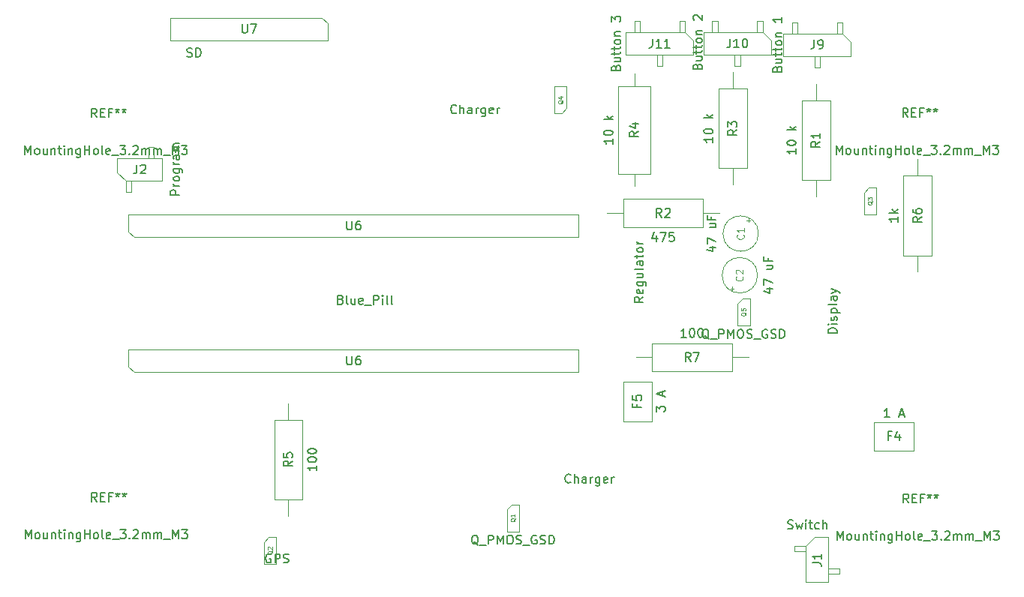
<source format=gbr>
G04 #@! TF.GenerationSoftware,KiCad,Pcbnew,(5.0.2)-1*
G04 #@! TF.CreationDate,2019-08-17T15:57:11+01:00*
G04 #@! TF.ProjectId,SoliCamb Rev 4 PCB,536f6c69-4361-46d6-9220-526576203420,rev?*
G04 #@! TF.SameCoordinates,Original*
G04 #@! TF.FileFunction,Other,Fab,Top*
%FSLAX46Y46*%
G04 Gerber Fmt 4.6, Leading zero omitted, Abs format (unit mm)*
G04 Created by KiCad (PCBNEW (5.0.2)-1) date 8/17/2019 3:57:11 PM*
%MOMM*%
%LPD*%
G01*
G04 APERTURE LIST*
%ADD10C,0.100000*%
%ADD11C,0.150000*%
%ADD12C,0.075000*%
%ADD13C,0.120000*%
G04 APERTURE END LIST*
D10*
G04 #@! TO.C,F4*
X155950000Y-119200000D02*
X155950000Y-122400000D01*
X155950000Y-122400000D02*
X151450000Y-122400000D01*
X151450000Y-122400000D02*
X151450000Y-119200000D01*
X151450000Y-119200000D02*
X155950000Y-119200000D01*
G04 #@! TO.C,F5*
X126360000Y-114605000D02*
X126360000Y-119105000D01*
X123160000Y-114605000D02*
X126360000Y-114605000D01*
X123160000Y-119105000D02*
X123160000Y-114605000D01*
X126360000Y-119105000D02*
X123160000Y-119105000D01*
G04 #@! TO.C,Q1*
X110000000Y-129050000D02*
X110000000Y-131500000D01*
X110550000Y-128480000D02*
X111400000Y-128480000D01*
X110000000Y-129050000D02*
X110550000Y-128480000D01*
X111400000Y-128480000D02*
X111400000Y-131520000D01*
X110000000Y-131520000D02*
X111400000Y-131520000D01*
G04 #@! TO.C,Q2*
X82588000Y-132720000D02*
X82588000Y-135170000D01*
X83138000Y-132150000D02*
X83988000Y-132150000D01*
X82588000Y-132720000D02*
X83138000Y-132150000D01*
X83988000Y-132150000D02*
X83988000Y-135190000D01*
X82588000Y-135190000D02*
X83988000Y-135190000D01*
G04 #@! TO.C,Q3*
X150300000Y-95720000D02*
X151700000Y-95720000D01*
X151700000Y-92680000D02*
X151700000Y-95720000D01*
X150300000Y-93250000D02*
X150850000Y-92680000D01*
X150850000Y-92680000D02*
X151700000Y-92680000D01*
X150300000Y-93250000D02*
X150300000Y-95700000D01*
G04 #@! TO.C,J1*
X146315000Y-137270000D02*
X143775000Y-137270000D01*
X144725000Y-132190000D02*
X146315000Y-132190000D01*
X143775000Y-137270000D02*
X143775000Y-133140000D01*
X143775000Y-133140000D02*
X144725000Y-132190000D01*
X146315000Y-132190000D02*
X146315000Y-137270000D01*
X143775000Y-133140000D02*
X142505000Y-133140000D01*
X142505000Y-133140000D02*
X142505000Y-133780000D01*
X142505000Y-133780000D02*
X143775000Y-133780000D01*
X146315000Y-135680000D02*
X147585000Y-135680000D01*
X147585000Y-135680000D02*
X147585000Y-136320000D01*
X147585000Y-136320000D02*
X146315000Y-136320000D01*
G04 #@! TO.C,J2*
X70170000Y-88138000D02*
X70170000Y-89408000D01*
X69530000Y-88138000D02*
X70170000Y-88138000D01*
X69530000Y-89408000D02*
X69530000Y-88138000D01*
X67630000Y-93218000D02*
X67630000Y-91948000D01*
X66990000Y-93218000D02*
X67630000Y-93218000D01*
X66990000Y-91948000D02*
X66990000Y-93218000D01*
X66040000Y-89408000D02*
X71120000Y-89408000D01*
X66990000Y-91948000D02*
X66040000Y-90998000D01*
X71120000Y-91948000D02*
X66990000Y-91948000D01*
X66040000Y-90998000D02*
X66040000Y-89408000D01*
X71120000Y-89408000D02*
X71120000Y-91948000D01*
G04 #@! TO.C,Q4*
X116754000Y-81284000D02*
X115354000Y-81284000D01*
X115354000Y-84324000D02*
X115354000Y-81284000D01*
X116754000Y-83754000D02*
X116204000Y-84324000D01*
X116204000Y-84324000D02*
X115354000Y-84324000D01*
X116754000Y-83754000D02*
X116754000Y-81304000D01*
G04 #@! TO.C,Q5*
X136035555Y-105792969D02*
X136035555Y-108242969D01*
X136585555Y-105222969D02*
X137435555Y-105222969D01*
X136035555Y-105792969D02*
X136585555Y-105222969D01*
X137435555Y-105222969D02*
X137435555Y-108262969D01*
X136035555Y-108262969D02*
X137435555Y-108262969D01*
G04 #@! TO.C,U7*
X89789000Y-74168000D02*
X89789000Y-76073000D01*
X89789000Y-76073000D02*
X72009000Y-76073000D01*
X72009000Y-76073000D02*
X72009000Y-73533000D01*
X72009000Y-73533000D02*
X89154000Y-73533000D01*
X89154000Y-73533000D02*
X89789000Y-74168000D01*
G04 #@! TO.C,J9*
X141224000Y-77851000D02*
X141224000Y-75311000D01*
X148844000Y-76261000D02*
X148844000Y-77851000D01*
X141224000Y-75311000D02*
X147894000Y-75311000D01*
X147894000Y-75311000D02*
X148844000Y-76261000D01*
X148844000Y-77851000D02*
X141224000Y-77851000D01*
X147894000Y-75311000D02*
X147894000Y-74041000D01*
X147894000Y-74041000D02*
X147254000Y-74041000D01*
X147254000Y-74041000D02*
X147254000Y-75311000D01*
X142814000Y-75311000D02*
X142814000Y-74041000D01*
X142814000Y-74041000D02*
X142174000Y-74041000D01*
X142174000Y-74041000D02*
X142174000Y-75311000D01*
X145354000Y-77851000D02*
X145354000Y-79121000D01*
X145354000Y-79121000D02*
X144714000Y-79121000D01*
X144714000Y-79121000D02*
X144714000Y-77851000D01*
G04 #@! TO.C,J10*
X135697000Y-78994000D02*
X135697000Y-77724000D01*
X136337000Y-78994000D02*
X135697000Y-78994000D01*
X136337000Y-77724000D02*
X136337000Y-78994000D01*
X133157000Y-73914000D02*
X133157000Y-75184000D01*
X133797000Y-73914000D02*
X133157000Y-73914000D01*
X133797000Y-75184000D02*
X133797000Y-73914000D01*
X138237000Y-73914000D02*
X138237000Y-75184000D01*
X138877000Y-73914000D02*
X138237000Y-73914000D01*
X138877000Y-75184000D02*
X138877000Y-73914000D01*
X139827000Y-77724000D02*
X132207000Y-77724000D01*
X138877000Y-75184000D02*
X139827000Y-76134000D01*
X132207000Y-75184000D02*
X138877000Y-75184000D01*
X139827000Y-76134000D02*
X139827000Y-77724000D01*
X132207000Y-77724000D02*
X132207000Y-75184000D01*
G04 #@! TO.C,J11*
X123444000Y-77728000D02*
X123444000Y-75188000D01*
X131064000Y-76138000D02*
X131064000Y-77728000D01*
X123444000Y-75188000D02*
X130114000Y-75188000D01*
X130114000Y-75188000D02*
X131064000Y-76138000D01*
X131064000Y-77728000D02*
X123444000Y-77728000D01*
X130114000Y-75188000D02*
X130114000Y-73918000D01*
X130114000Y-73918000D02*
X129474000Y-73918000D01*
X129474000Y-73918000D02*
X129474000Y-75188000D01*
X125034000Y-75188000D02*
X125034000Y-73918000D01*
X125034000Y-73918000D02*
X124394000Y-73918000D01*
X124394000Y-73918000D02*
X124394000Y-75188000D01*
X127574000Y-77728000D02*
X127574000Y-78998000D01*
X127574000Y-78998000D02*
X126934000Y-78998000D01*
X126934000Y-78998000D02*
X126934000Y-77728000D01*
G04 #@! TO.C,U6*
X67310000Y-95758000D02*
X118110000Y-95758000D01*
X118110000Y-98298000D02*
X67945000Y-98298000D01*
X118110000Y-95758000D02*
X118110000Y-98298000D01*
X67310000Y-97663000D02*
X67310000Y-95758000D01*
X67945000Y-98298000D02*
X67310000Y-97663000D01*
X67310000Y-110998000D02*
X118110000Y-110998000D01*
X118110000Y-113538000D02*
X67945000Y-113538000D01*
X118110000Y-110998000D02*
X118110000Y-113538000D01*
X67310000Y-112903000D02*
X67310000Y-110998000D01*
X67945000Y-113538000D02*
X67310000Y-112903000D01*
G04 #@! TO.C,C1*
X138400000Y-97900000D02*
G75*
G03X138400000Y-97900000I-2000000J0D01*
G01*
X137267500Y-96197446D02*
X137267500Y-96597446D01*
X137467500Y-96397446D02*
X137067500Y-96397446D01*
G04 #@! TO.C,C2*
X135232500Y-104102554D02*
X135632500Y-104102554D01*
X135432500Y-104302554D02*
X135432500Y-103902554D01*
X138300000Y-102600000D02*
G75*
G03X138300000Y-102600000I-2000000J0D01*
G01*
G04 #@! TO.C,R1*
X146500000Y-82850000D02*
X143300000Y-82850000D01*
X143300000Y-82850000D02*
X143300000Y-91850000D01*
X143300000Y-91850000D02*
X146500000Y-91850000D01*
X146500000Y-91850000D02*
X146500000Y-82850000D01*
X144900000Y-81000000D02*
X144900000Y-82850000D01*
X144900000Y-93700000D02*
X144900000Y-91850000D01*
G04 #@! TO.C,R2*
X134000000Y-95600000D02*
X132150000Y-95600000D01*
X121300000Y-95600000D02*
X123150000Y-95600000D01*
X132150000Y-94000000D02*
X123150000Y-94000000D01*
X132150000Y-97200000D02*
X132150000Y-94000000D01*
X123150000Y-97200000D02*
X132150000Y-97200000D01*
X123150000Y-94000000D02*
X123150000Y-97200000D01*
G04 #@! TO.C,R3*
X137120000Y-81530000D02*
X133920000Y-81530000D01*
X133920000Y-81530000D02*
X133920000Y-90530000D01*
X133920000Y-90530000D02*
X137120000Y-90530000D01*
X137120000Y-90530000D02*
X137120000Y-81530000D01*
X135520000Y-79680000D02*
X135520000Y-81530000D01*
X135520000Y-92380000D02*
X135520000Y-90530000D01*
G04 #@! TO.C,R4*
X126210000Y-81250000D02*
X122610000Y-81250000D01*
X122610000Y-81250000D02*
X122610000Y-91150000D01*
X122610000Y-91150000D02*
X126210000Y-91150000D01*
X126210000Y-91150000D02*
X126210000Y-81250000D01*
X124410000Y-79850000D02*
X124410000Y-81250000D01*
X124410000Y-92550000D02*
X124410000Y-91150000D01*
G04 #@! TO.C,R5*
X83750000Y-127910000D02*
X86950000Y-127910000D01*
X86950000Y-127910000D02*
X86950000Y-118910000D01*
X86950000Y-118910000D02*
X83750000Y-118910000D01*
X83750000Y-118910000D02*
X83750000Y-127910000D01*
X85350000Y-129760000D02*
X85350000Y-127910000D01*
X85350000Y-117060000D02*
X85350000Y-118910000D01*
G04 #@! TO.C,R6*
X156380000Y-102210000D02*
X156380000Y-100360000D01*
X156380000Y-89510000D02*
X156380000Y-91360000D01*
X157980000Y-100360000D02*
X157980000Y-91360000D01*
X154780000Y-100360000D02*
X157980000Y-100360000D01*
X154780000Y-91360000D02*
X154780000Y-100360000D01*
X157980000Y-91360000D02*
X154780000Y-91360000D01*
G04 #@! TO.C,R7*
X124560000Y-111870000D02*
X126410000Y-111870000D01*
X137260000Y-111870000D02*
X135410000Y-111870000D01*
X126410000Y-113470000D02*
X135410000Y-113470000D01*
X126410000Y-110270000D02*
X126410000Y-113470000D01*
X135410000Y-110270000D02*
X126410000Y-110270000D01*
X135410000Y-113470000D02*
X135410000Y-110270000D01*
G04 #@! TD*
G04 #@! TO.C,F4*
D11*
X153176190Y-118602380D02*
X152604761Y-118602380D01*
X152890476Y-118602380D02*
X152890476Y-117602380D01*
X152795238Y-117745238D01*
X152700000Y-117840476D01*
X152604761Y-117888095D01*
X154319047Y-118316666D02*
X154795238Y-118316666D01*
X154223809Y-118602380D02*
X154557142Y-117602380D01*
X154890476Y-118602380D01*
X153366666Y-120728571D02*
X153033333Y-120728571D01*
X153033333Y-121252380D02*
X153033333Y-120252380D01*
X153509523Y-120252380D01*
X154319047Y-120585714D02*
X154319047Y-121252380D01*
X154080952Y-120204761D02*
X153842857Y-120919047D01*
X154461904Y-120919047D01*
G04 #@! TO.C,F5*
X126862380Y-117997857D02*
X126862380Y-117378809D01*
X127243333Y-117712142D01*
X127243333Y-117569285D01*
X127290952Y-117474047D01*
X127338571Y-117426428D01*
X127433809Y-117378809D01*
X127671904Y-117378809D01*
X127767142Y-117426428D01*
X127814761Y-117474047D01*
X127862380Y-117569285D01*
X127862380Y-117855000D01*
X127814761Y-117950238D01*
X127767142Y-117997857D01*
X127576666Y-116235952D02*
X127576666Y-115759761D01*
X127862380Y-116331190D02*
X126862380Y-115997857D01*
X127862380Y-115664523D01*
X124688571Y-117188333D02*
X124688571Y-117521666D01*
X125212380Y-117521666D02*
X124212380Y-117521666D01*
X124212380Y-117045476D01*
X124212380Y-116188333D02*
X124212380Y-116664523D01*
X124688571Y-116712142D01*
X124640952Y-116664523D01*
X124593333Y-116569285D01*
X124593333Y-116331190D01*
X124640952Y-116235952D01*
X124688571Y-116188333D01*
X124783809Y-116140714D01*
X125021904Y-116140714D01*
X125117142Y-116188333D01*
X125164761Y-116235952D01*
X125212380Y-116331190D01*
X125212380Y-116569285D01*
X125164761Y-116664523D01*
X125117142Y-116712142D01*
G04 #@! TO.C,Q1*
X106771428Y-133047619D02*
X106676190Y-133000000D01*
X106580952Y-132904761D01*
X106438095Y-132761904D01*
X106342857Y-132714285D01*
X106247619Y-132714285D01*
X106295238Y-132952380D02*
X106200000Y-132904761D01*
X106104761Y-132809523D01*
X106057142Y-132619047D01*
X106057142Y-132285714D01*
X106104761Y-132095238D01*
X106200000Y-132000000D01*
X106295238Y-131952380D01*
X106485714Y-131952380D01*
X106580952Y-132000000D01*
X106676190Y-132095238D01*
X106723809Y-132285714D01*
X106723809Y-132619047D01*
X106676190Y-132809523D01*
X106580952Y-132904761D01*
X106485714Y-132952380D01*
X106295238Y-132952380D01*
X106914285Y-133047619D02*
X107676190Y-133047619D01*
X107914285Y-132952380D02*
X107914285Y-131952380D01*
X108295238Y-131952380D01*
X108390476Y-132000000D01*
X108438095Y-132047619D01*
X108485714Y-132142857D01*
X108485714Y-132285714D01*
X108438095Y-132380952D01*
X108390476Y-132428571D01*
X108295238Y-132476190D01*
X107914285Y-132476190D01*
X108914285Y-132952380D02*
X108914285Y-131952380D01*
X109247619Y-132666666D01*
X109580952Y-131952380D01*
X109580952Y-132952380D01*
X110247619Y-131952380D02*
X110438095Y-131952380D01*
X110533333Y-132000000D01*
X110628571Y-132095238D01*
X110676190Y-132285714D01*
X110676190Y-132619047D01*
X110628571Y-132809523D01*
X110533333Y-132904761D01*
X110438095Y-132952380D01*
X110247619Y-132952380D01*
X110152380Y-132904761D01*
X110057142Y-132809523D01*
X110009523Y-132619047D01*
X110009523Y-132285714D01*
X110057142Y-132095238D01*
X110152380Y-132000000D01*
X110247619Y-131952380D01*
X111057142Y-132904761D02*
X111200000Y-132952380D01*
X111438095Y-132952380D01*
X111533333Y-132904761D01*
X111580952Y-132857142D01*
X111628571Y-132761904D01*
X111628571Y-132666666D01*
X111580952Y-132571428D01*
X111533333Y-132523809D01*
X111438095Y-132476190D01*
X111247619Y-132428571D01*
X111152380Y-132380952D01*
X111104761Y-132333333D01*
X111057142Y-132238095D01*
X111057142Y-132142857D01*
X111104761Y-132047619D01*
X111152380Y-132000000D01*
X111247619Y-131952380D01*
X111485714Y-131952380D01*
X111628571Y-132000000D01*
X111819047Y-133047619D02*
X112580952Y-133047619D01*
X113342857Y-132000000D02*
X113247619Y-131952380D01*
X113104761Y-131952380D01*
X112961904Y-132000000D01*
X112866666Y-132095238D01*
X112819047Y-132190476D01*
X112771428Y-132380952D01*
X112771428Y-132523809D01*
X112819047Y-132714285D01*
X112866666Y-132809523D01*
X112961904Y-132904761D01*
X113104761Y-132952380D01*
X113200000Y-132952380D01*
X113342857Y-132904761D01*
X113390476Y-132857142D01*
X113390476Y-132523809D01*
X113200000Y-132523809D01*
X113771428Y-132904761D02*
X113914285Y-132952380D01*
X114152380Y-132952380D01*
X114247619Y-132904761D01*
X114295238Y-132857142D01*
X114342857Y-132761904D01*
X114342857Y-132666666D01*
X114295238Y-132571428D01*
X114247619Y-132523809D01*
X114152380Y-132476190D01*
X113961904Y-132428571D01*
X113866666Y-132380952D01*
X113819047Y-132333333D01*
X113771428Y-132238095D01*
X113771428Y-132142857D01*
X113819047Y-132047619D01*
X113866666Y-132000000D01*
X113961904Y-131952380D01*
X114200000Y-131952380D01*
X114342857Y-132000000D01*
X114771428Y-132952380D02*
X114771428Y-131952380D01*
X115009523Y-131952380D01*
X115152380Y-132000000D01*
X115247619Y-132095238D01*
X115295238Y-132190476D01*
X115342857Y-132380952D01*
X115342857Y-132523809D01*
X115295238Y-132714285D01*
X115247619Y-132809523D01*
X115152380Y-132904761D01*
X115009523Y-132952380D01*
X114771428Y-132952380D01*
D12*
X110973809Y-130047619D02*
X110950000Y-130095238D01*
X110902380Y-130142857D01*
X110830952Y-130214285D01*
X110807142Y-130261904D01*
X110807142Y-130309523D01*
X110926190Y-130285714D02*
X110902380Y-130333333D01*
X110854761Y-130380952D01*
X110759523Y-130404761D01*
X110592857Y-130404761D01*
X110497619Y-130380952D01*
X110450000Y-130333333D01*
X110426190Y-130285714D01*
X110426190Y-130190476D01*
X110450000Y-130142857D01*
X110497619Y-130095238D01*
X110592857Y-130071428D01*
X110759523Y-130071428D01*
X110854761Y-130095238D01*
X110902380Y-130142857D01*
X110926190Y-130190476D01*
X110926190Y-130285714D01*
X110926190Y-129595238D02*
X110926190Y-129880952D01*
X110926190Y-129738095D02*
X110426190Y-129738095D01*
X110497619Y-129785714D01*
X110545238Y-129833333D01*
X110569047Y-129880952D01*
G04 #@! TO.C,Q2*
X83561809Y-133717619D02*
X83538000Y-133765238D01*
X83490380Y-133812857D01*
X83418952Y-133884285D01*
X83395142Y-133931904D01*
X83395142Y-133979523D01*
X83514190Y-133955714D02*
X83490380Y-134003333D01*
X83442761Y-134050952D01*
X83347523Y-134074761D01*
X83180857Y-134074761D01*
X83085619Y-134050952D01*
X83038000Y-134003333D01*
X83014190Y-133955714D01*
X83014190Y-133860476D01*
X83038000Y-133812857D01*
X83085619Y-133765238D01*
X83180857Y-133741428D01*
X83347523Y-133741428D01*
X83442761Y-133765238D01*
X83490380Y-133812857D01*
X83514190Y-133860476D01*
X83514190Y-133955714D01*
X83061809Y-133550952D02*
X83038000Y-133527142D01*
X83014190Y-133479523D01*
X83014190Y-133360476D01*
X83038000Y-133312857D01*
X83061809Y-133289047D01*
X83109428Y-133265238D01*
X83157047Y-133265238D01*
X83228476Y-133289047D01*
X83514190Y-133574761D01*
X83514190Y-133265238D01*
G04 #@! TO.C,Q3*
X151273809Y-94247619D02*
X151250000Y-94295238D01*
X151202380Y-94342857D01*
X151130952Y-94414285D01*
X151107142Y-94461904D01*
X151107142Y-94509523D01*
X151226190Y-94485714D02*
X151202380Y-94533333D01*
X151154761Y-94580952D01*
X151059523Y-94604761D01*
X150892857Y-94604761D01*
X150797619Y-94580952D01*
X150750000Y-94533333D01*
X150726190Y-94485714D01*
X150726190Y-94390476D01*
X150750000Y-94342857D01*
X150797619Y-94295238D01*
X150892857Y-94271428D01*
X151059523Y-94271428D01*
X151154761Y-94295238D01*
X151202380Y-94342857D01*
X151226190Y-94390476D01*
X151226190Y-94485714D01*
X150726190Y-94104761D02*
X150726190Y-93795238D01*
X150916666Y-93961904D01*
X150916666Y-93890476D01*
X150940476Y-93842857D01*
X150964285Y-93819047D01*
X151011904Y-93795238D01*
X151130952Y-93795238D01*
X151178571Y-93819047D01*
X151202380Y-93842857D01*
X151226190Y-93890476D01*
X151226190Y-94033333D01*
X151202380Y-94080952D01*
X151178571Y-94104761D01*
G04 #@! TO.C,J1*
D11*
X141728714Y-131192761D02*
X141871571Y-131240380D01*
X142109666Y-131240380D01*
X142204904Y-131192761D01*
X142252523Y-131145142D01*
X142300142Y-131049904D01*
X142300142Y-130954666D01*
X142252523Y-130859428D01*
X142204904Y-130811809D01*
X142109666Y-130764190D01*
X141919190Y-130716571D01*
X141823952Y-130668952D01*
X141776333Y-130621333D01*
X141728714Y-130526095D01*
X141728714Y-130430857D01*
X141776333Y-130335619D01*
X141823952Y-130288000D01*
X141919190Y-130240380D01*
X142157285Y-130240380D01*
X142300142Y-130288000D01*
X142633476Y-130573714D02*
X142823952Y-131240380D01*
X143014428Y-130764190D01*
X143204904Y-131240380D01*
X143395380Y-130573714D01*
X143776333Y-131240380D02*
X143776333Y-130573714D01*
X143776333Y-130240380D02*
X143728714Y-130288000D01*
X143776333Y-130335619D01*
X143823952Y-130288000D01*
X143776333Y-130240380D01*
X143776333Y-130335619D01*
X144109666Y-130573714D02*
X144490619Y-130573714D01*
X144252523Y-130240380D02*
X144252523Y-131097523D01*
X144300142Y-131192761D01*
X144395380Y-131240380D01*
X144490619Y-131240380D01*
X145252523Y-131192761D02*
X145157285Y-131240380D01*
X144966809Y-131240380D01*
X144871571Y-131192761D01*
X144823952Y-131145142D01*
X144776333Y-131049904D01*
X144776333Y-130764190D01*
X144823952Y-130668952D01*
X144871571Y-130621333D01*
X144966809Y-130573714D01*
X145157285Y-130573714D01*
X145252523Y-130621333D01*
X145681095Y-131240380D02*
X145681095Y-130240380D01*
X146109666Y-131240380D02*
X146109666Y-130716571D01*
X146062047Y-130621333D01*
X145966809Y-130573714D01*
X145823952Y-130573714D01*
X145728714Y-130621333D01*
X145681095Y-130668952D01*
X144497380Y-135063333D02*
X145211666Y-135063333D01*
X145354523Y-135110952D01*
X145449761Y-135206190D01*
X145497380Y-135349047D01*
X145497380Y-135444285D01*
X145497380Y-134063333D02*
X145497380Y-134634761D01*
X145497380Y-134349047D02*
X144497380Y-134349047D01*
X144640238Y-134444285D01*
X144735476Y-134539523D01*
X144783095Y-134634761D01*
G04 #@! TO.C,J2*
X73062380Y-93537761D02*
X72062380Y-93537761D01*
X72062380Y-93156809D01*
X72110000Y-93061571D01*
X72157619Y-93013952D01*
X72252857Y-92966333D01*
X72395714Y-92966333D01*
X72490952Y-93013952D01*
X72538571Y-93061571D01*
X72586190Y-93156809D01*
X72586190Y-93537761D01*
X73062380Y-92537761D02*
X72395714Y-92537761D01*
X72586190Y-92537761D02*
X72490952Y-92490142D01*
X72443333Y-92442523D01*
X72395714Y-92347285D01*
X72395714Y-92252047D01*
X73062380Y-91775857D02*
X73014761Y-91871095D01*
X72967142Y-91918714D01*
X72871904Y-91966333D01*
X72586190Y-91966333D01*
X72490952Y-91918714D01*
X72443333Y-91871095D01*
X72395714Y-91775857D01*
X72395714Y-91633000D01*
X72443333Y-91537761D01*
X72490952Y-91490142D01*
X72586190Y-91442523D01*
X72871904Y-91442523D01*
X72967142Y-91490142D01*
X73014761Y-91537761D01*
X73062380Y-91633000D01*
X73062380Y-91775857D01*
X72395714Y-90585380D02*
X73205238Y-90585380D01*
X73300476Y-90633000D01*
X73348095Y-90680619D01*
X73395714Y-90775857D01*
X73395714Y-90918714D01*
X73348095Y-91013952D01*
X73014761Y-90585380D02*
X73062380Y-90680619D01*
X73062380Y-90871095D01*
X73014761Y-90966333D01*
X72967142Y-91013952D01*
X72871904Y-91061571D01*
X72586190Y-91061571D01*
X72490952Y-91013952D01*
X72443333Y-90966333D01*
X72395714Y-90871095D01*
X72395714Y-90680619D01*
X72443333Y-90585380D01*
X73062380Y-90109190D02*
X72395714Y-90109190D01*
X72586190Y-90109190D02*
X72490952Y-90061571D01*
X72443333Y-90013952D01*
X72395714Y-89918714D01*
X72395714Y-89823476D01*
X73062380Y-89061571D02*
X72538571Y-89061571D01*
X72443333Y-89109190D01*
X72395714Y-89204428D01*
X72395714Y-89394904D01*
X72443333Y-89490142D01*
X73014761Y-89061571D02*
X73062380Y-89156809D01*
X73062380Y-89394904D01*
X73014761Y-89490142D01*
X72919523Y-89537761D01*
X72824285Y-89537761D01*
X72729047Y-89490142D01*
X72681428Y-89394904D01*
X72681428Y-89156809D01*
X72633809Y-89061571D01*
X73062380Y-88585380D02*
X72395714Y-88585380D01*
X72490952Y-88585380D02*
X72443333Y-88537761D01*
X72395714Y-88442523D01*
X72395714Y-88299666D01*
X72443333Y-88204428D01*
X72538571Y-88156809D01*
X73062380Y-88156809D01*
X72538571Y-88156809D02*
X72443333Y-88109190D01*
X72395714Y-88013952D01*
X72395714Y-87871095D01*
X72443333Y-87775857D01*
X72538571Y-87728238D01*
X73062380Y-87728238D01*
X68246666Y-90130380D02*
X68246666Y-90844666D01*
X68199047Y-90987523D01*
X68103809Y-91082761D01*
X67960952Y-91130380D01*
X67865714Y-91130380D01*
X68675238Y-90225619D02*
X68722857Y-90178000D01*
X68818095Y-90130380D01*
X69056190Y-90130380D01*
X69151428Y-90178000D01*
X69199047Y-90225619D01*
X69246666Y-90320857D01*
X69246666Y-90416095D01*
X69199047Y-90558952D01*
X68627619Y-91130380D01*
X69246666Y-91130380D01*
G04 #@! TO.C,Q4*
D12*
X116327809Y-82851619D02*
X116304000Y-82899238D01*
X116256380Y-82946857D01*
X116184952Y-83018285D01*
X116161142Y-83065904D01*
X116161142Y-83113523D01*
X116280190Y-83089714D02*
X116256380Y-83137333D01*
X116208761Y-83184952D01*
X116113523Y-83208761D01*
X115946857Y-83208761D01*
X115851619Y-83184952D01*
X115804000Y-83137333D01*
X115780190Y-83089714D01*
X115780190Y-82994476D01*
X115804000Y-82946857D01*
X115851619Y-82899238D01*
X115946857Y-82875428D01*
X116113523Y-82875428D01*
X116208761Y-82899238D01*
X116256380Y-82946857D01*
X116280190Y-82994476D01*
X116280190Y-83089714D01*
X115946857Y-82446857D02*
X116280190Y-82446857D01*
X115756380Y-82565904D02*
X116113523Y-82684952D01*
X116113523Y-82375428D01*
G04 #@! TO.C,Q5*
D11*
X132806983Y-109790588D02*
X132711745Y-109742969D01*
X132616507Y-109647730D01*
X132473650Y-109504873D01*
X132378412Y-109457254D01*
X132283174Y-109457254D01*
X132330793Y-109695349D02*
X132235555Y-109647730D01*
X132140316Y-109552492D01*
X132092697Y-109362016D01*
X132092697Y-109028683D01*
X132140316Y-108838207D01*
X132235555Y-108742969D01*
X132330793Y-108695349D01*
X132521269Y-108695349D01*
X132616507Y-108742969D01*
X132711745Y-108838207D01*
X132759364Y-109028683D01*
X132759364Y-109362016D01*
X132711745Y-109552492D01*
X132616507Y-109647730D01*
X132521269Y-109695349D01*
X132330793Y-109695349D01*
X132949840Y-109790588D02*
X133711745Y-109790588D01*
X133949840Y-109695349D02*
X133949840Y-108695349D01*
X134330793Y-108695349D01*
X134426031Y-108742969D01*
X134473650Y-108790588D01*
X134521269Y-108885826D01*
X134521269Y-109028683D01*
X134473650Y-109123921D01*
X134426031Y-109171540D01*
X134330793Y-109219159D01*
X133949840Y-109219159D01*
X134949840Y-109695349D02*
X134949840Y-108695349D01*
X135283174Y-109409635D01*
X135616507Y-108695349D01*
X135616507Y-109695349D01*
X136283174Y-108695349D02*
X136473650Y-108695349D01*
X136568888Y-108742969D01*
X136664126Y-108838207D01*
X136711745Y-109028683D01*
X136711745Y-109362016D01*
X136664126Y-109552492D01*
X136568888Y-109647730D01*
X136473650Y-109695349D01*
X136283174Y-109695349D01*
X136187935Y-109647730D01*
X136092697Y-109552492D01*
X136045078Y-109362016D01*
X136045078Y-109028683D01*
X136092697Y-108838207D01*
X136187935Y-108742969D01*
X136283174Y-108695349D01*
X137092697Y-109647730D02*
X137235555Y-109695349D01*
X137473650Y-109695349D01*
X137568888Y-109647730D01*
X137616507Y-109600111D01*
X137664126Y-109504873D01*
X137664126Y-109409635D01*
X137616507Y-109314397D01*
X137568888Y-109266778D01*
X137473650Y-109219159D01*
X137283174Y-109171540D01*
X137187935Y-109123921D01*
X137140316Y-109076302D01*
X137092697Y-108981064D01*
X137092697Y-108885826D01*
X137140316Y-108790588D01*
X137187935Y-108742969D01*
X137283174Y-108695349D01*
X137521269Y-108695349D01*
X137664126Y-108742969D01*
X137854602Y-109790588D02*
X138616507Y-109790588D01*
X139378412Y-108742969D02*
X139283174Y-108695349D01*
X139140316Y-108695349D01*
X138997459Y-108742969D01*
X138902221Y-108838207D01*
X138854602Y-108933445D01*
X138806983Y-109123921D01*
X138806983Y-109266778D01*
X138854602Y-109457254D01*
X138902221Y-109552492D01*
X138997459Y-109647730D01*
X139140316Y-109695349D01*
X139235555Y-109695349D01*
X139378412Y-109647730D01*
X139426031Y-109600111D01*
X139426031Y-109266778D01*
X139235555Y-109266778D01*
X139806983Y-109647730D02*
X139949840Y-109695349D01*
X140187935Y-109695349D01*
X140283174Y-109647730D01*
X140330793Y-109600111D01*
X140378412Y-109504873D01*
X140378412Y-109409635D01*
X140330793Y-109314397D01*
X140283174Y-109266778D01*
X140187935Y-109219159D01*
X139997459Y-109171540D01*
X139902221Y-109123921D01*
X139854602Y-109076302D01*
X139806983Y-108981064D01*
X139806983Y-108885826D01*
X139854602Y-108790588D01*
X139902221Y-108742969D01*
X139997459Y-108695349D01*
X140235555Y-108695349D01*
X140378412Y-108742969D01*
X140806983Y-109695349D02*
X140806983Y-108695349D01*
X141045078Y-108695349D01*
X141187935Y-108742969D01*
X141283174Y-108838207D01*
X141330793Y-108933445D01*
X141378412Y-109123921D01*
X141378412Y-109266778D01*
X141330793Y-109457254D01*
X141283174Y-109552492D01*
X141187935Y-109647730D01*
X141045078Y-109695349D01*
X140806983Y-109695349D01*
D12*
X137009364Y-106790588D02*
X136985555Y-106838207D01*
X136937935Y-106885826D01*
X136866507Y-106957254D01*
X136842697Y-107004873D01*
X136842697Y-107052492D01*
X136961745Y-107028683D02*
X136937935Y-107076302D01*
X136890316Y-107123921D01*
X136795078Y-107147730D01*
X136628412Y-107147730D01*
X136533174Y-107123921D01*
X136485555Y-107076302D01*
X136461745Y-107028683D01*
X136461745Y-106933445D01*
X136485555Y-106885826D01*
X136533174Y-106838207D01*
X136628412Y-106814397D01*
X136795078Y-106814397D01*
X136890316Y-106838207D01*
X136937935Y-106885826D01*
X136961745Y-106933445D01*
X136961745Y-107028683D01*
X136461745Y-106362016D02*
X136461745Y-106600111D01*
X136699840Y-106623921D01*
X136676031Y-106600111D01*
X136652221Y-106552492D01*
X136652221Y-106433445D01*
X136676031Y-106385826D01*
X136699840Y-106362016D01*
X136747459Y-106338207D01*
X136866507Y-106338207D01*
X136914126Y-106362016D01*
X136937935Y-106385826D01*
X136961745Y-106433445D01*
X136961745Y-106552492D01*
X136937935Y-106600111D01*
X136914126Y-106623921D01*
G04 #@! TO.C,U7*
D11*
X73914285Y-77904761D02*
X74057142Y-77952380D01*
X74295238Y-77952380D01*
X74390476Y-77904761D01*
X74438095Y-77857142D01*
X74485714Y-77761904D01*
X74485714Y-77666666D01*
X74438095Y-77571428D01*
X74390476Y-77523809D01*
X74295238Y-77476190D01*
X74104761Y-77428571D01*
X74009523Y-77380952D01*
X73961904Y-77333333D01*
X73914285Y-77238095D01*
X73914285Y-77142857D01*
X73961904Y-77047619D01*
X74009523Y-77000000D01*
X74104761Y-76952380D01*
X74342857Y-76952380D01*
X74485714Y-77000000D01*
X74914285Y-77952380D02*
X74914285Y-76952380D01*
X75152380Y-76952380D01*
X75295238Y-77000000D01*
X75390476Y-77095238D01*
X75438095Y-77190476D01*
X75485714Y-77380952D01*
X75485714Y-77523809D01*
X75438095Y-77714285D01*
X75390476Y-77809523D01*
X75295238Y-77904761D01*
X75152380Y-77952380D01*
X74914285Y-77952380D01*
X80137095Y-74255380D02*
X80137095Y-75064904D01*
X80184714Y-75160142D01*
X80232333Y-75207761D01*
X80327571Y-75255380D01*
X80518047Y-75255380D01*
X80613285Y-75207761D01*
X80660904Y-75160142D01*
X80708523Y-75064904D01*
X80708523Y-74255380D01*
X81089476Y-74255380D02*
X81756142Y-74255380D01*
X81327571Y-75255380D01*
G04 #@! TO.C,J9*
X140528571Y-79295285D02*
X140576190Y-79152428D01*
X140623809Y-79104809D01*
X140719047Y-79057190D01*
X140861904Y-79057190D01*
X140957142Y-79104809D01*
X141004761Y-79152428D01*
X141052380Y-79247666D01*
X141052380Y-79628619D01*
X140052380Y-79628619D01*
X140052380Y-79295285D01*
X140100000Y-79200047D01*
X140147619Y-79152428D01*
X140242857Y-79104809D01*
X140338095Y-79104809D01*
X140433333Y-79152428D01*
X140480952Y-79200047D01*
X140528571Y-79295285D01*
X140528571Y-79628619D01*
X140385714Y-78200047D02*
X141052380Y-78200047D01*
X140385714Y-78628619D02*
X140909523Y-78628619D01*
X141004761Y-78581000D01*
X141052380Y-78485761D01*
X141052380Y-78342904D01*
X141004761Y-78247666D01*
X140957142Y-78200047D01*
X140385714Y-77866714D02*
X140385714Y-77485761D01*
X140052380Y-77723857D02*
X140909523Y-77723857D01*
X141004761Y-77676238D01*
X141052380Y-77581000D01*
X141052380Y-77485761D01*
X140385714Y-77295285D02*
X140385714Y-76914333D01*
X140052380Y-77152428D02*
X140909523Y-77152428D01*
X141004761Y-77104809D01*
X141052380Y-77009571D01*
X141052380Y-76914333D01*
X141052380Y-76438142D02*
X141004761Y-76533380D01*
X140957142Y-76581000D01*
X140861904Y-76628619D01*
X140576190Y-76628619D01*
X140480952Y-76581000D01*
X140433333Y-76533380D01*
X140385714Y-76438142D01*
X140385714Y-76295285D01*
X140433333Y-76200047D01*
X140480952Y-76152428D01*
X140576190Y-76104809D01*
X140861904Y-76104809D01*
X140957142Y-76152428D01*
X141004761Y-76200047D01*
X141052380Y-76295285D01*
X141052380Y-76438142D01*
X140385714Y-75676238D02*
X141052380Y-75676238D01*
X140480952Y-75676238D02*
X140433333Y-75628619D01*
X140385714Y-75533380D01*
X140385714Y-75390523D01*
X140433333Y-75295285D01*
X140528571Y-75247666D01*
X141052380Y-75247666D01*
X141052380Y-73485761D02*
X141052380Y-74057190D01*
X141052380Y-73771476D02*
X140052380Y-73771476D01*
X140195238Y-73866714D01*
X140290476Y-73961952D01*
X140338095Y-74057190D01*
X144700666Y-76033380D02*
X144700666Y-76747666D01*
X144653047Y-76890523D01*
X144557809Y-76985761D01*
X144414952Y-77033380D01*
X144319714Y-77033380D01*
X145224476Y-77033380D02*
X145414952Y-77033380D01*
X145510190Y-76985761D01*
X145557809Y-76938142D01*
X145653047Y-76795285D01*
X145700666Y-76604809D01*
X145700666Y-76223857D01*
X145653047Y-76128619D01*
X145605428Y-76081000D01*
X145510190Y-76033380D01*
X145319714Y-76033380D01*
X145224476Y-76081000D01*
X145176857Y-76128619D01*
X145129238Y-76223857D01*
X145129238Y-76461952D01*
X145176857Y-76557190D01*
X145224476Y-76604809D01*
X145319714Y-76652428D01*
X145510190Y-76652428D01*
X145605428Y-76604809D01*
X145653047Y-76557190D01*
X145700666Y-76461952D01*
G04 #@! TO.C,J10*
X131528571Y-79014285D02*
X131576190Y-78871428D01*
X131623809Y-78823809D01*
X131719047Y-78776190D01*
X131861904Y-78776190D01*
X131957142Y-78823809D01*
X132004761Y-78871428D01*
X132052380Y-78966666D01*
X132052380Y-79347619D01*
X131052380Y-79347619D01*
X131052380Y-79014285D01*
X131100000Y-78919047D01*
X131147619Y-78871428D01*
X131242857Y-78823809D01*
X131338095Y-78823809D01*
X131433333Y-78871428D01*
X131480952Y-78919047D01*
X131528571Y-79014285D01*
X131528571Y-79347619D01*
X131385714Y-77919047D02*
X132052380Y-77919047D01*
X131385714Y-78347619D02*
X131909523Y-78347619D01*
X132004761Y-78300000D01*
X132052380Y-78204761D01*
X132052380Y-78061904D01*
X132004761Y-77966666D01*
X131957142Y-77919047D01*
X131385714Y-77585714D02*
X131385714Y-77204761D01*
X131052380Y-77442857D02*
X131909523Y-77442857D01*
X132004761Y-77395238D01*
X132052380Y-77300000D01*
X132052380Y-77204761D01*
X131385714Y-77014285D02*
X131385714Y-76633333D01*
X131052380Y-76871428D02*
X131909523Y-76871428D01*
X132004761Y-76823809D01*
X132052380Y-76728571D01*
X132052380Y-76633333D01*
X132052380Y-76157142D02*
X132004761Y-76252380D01*
X131957142Y-76300000D01*
X131861904Y-76347619D01*
X131576190Y-76347619D01*
X131480952Y-76300000D01*
X131433333Y-76252380D01*
X131385714Y-76157142D01*
X131385714Y-76014285D01*
X131433333Y-75919047D01*
X131480952Y-75871428D01*
X131576190Y-75823809D01*
X131861904Y-75823809D01*
X131957142Y-75871428D01*
X132004761Y-75919047D01*
X132052380Y-76014285D01*
X132052380Y-76157142D01*
X131385714Y-75395238D02*
X132052380Y-75395238D01*
X131480952Y-75395238D02*
X131433333Y-75347619D01*
X131385714Y-75252380D01*
X131385714Y-75109523D01*
X131433333Y-75014285D01*
X131528571Y-74966666D01*
X132052380Y-74966666D01*
X131147619Y-73776190D02*
X131100000Y-73728571D01*
X131052380Y-73633333D01*
X131052380Y-73395238D01*
X131100000Y-73300000D01*
X131147619Y-73252380D01*
X131242857Y-73204761D01*
X131338095Y-73204761D01*
X131480952Y-73252380D01*
X132052380Y-73823809D01*
X132052380Y-73204761D01*
X135207476Y-75906380D02*
X135207476Y-76620666D01*
X135159857Y-76763523D01*
X135064619Y-76858761D01*
X134921761Y-76906380D01*
X134826523Y-76906380D01*
X136207476Y-76906380D02*
X135636047Y-76906380D01*
X135921761Y-76906380D02*
X135921761Y-75906380D01*
X135826523Y-76049238D01*
X135731285Y-76144476D01*
X135636047Y-76192095D01*
X136826523Y-75906380D02*
X136921761Y-75906380D01*
X137017000Y-75954000D01*
X137064619Y-76001619D01*
X137112238Y-76096857D01*
X137159857Y-76287333D01*
X137159857Y-76525428D01*
X137112238Y-76715904D01*
X137064619Y-76811142D01*
X137017000Y-76858761D01*
X136921761Y-76906380D01*
X136826523Y-76906380D01*
X136731285Y-76858761D01*
X136683666Y-76811142D01*
X136636047Y-76715904D01*
X136588428Y-76525428D01*
X136588428Y-76287333D01*
X136636047Y-76096857D01*
X136683666Y-76001619D01*
X136731285Y-75954000D01*
X136826523Y-75906380D01*
G04 #@! TO.C,J11*
X122312571Y-79172285D02*
X122360190Y-79029428D01*
X122407809Y-78981809D01*
X122503047Y-78934190D01*
X122645904Y-78934190D01*
X122741142Y-78981809D01*
X122788761Y-79029428D01*
X122836380Y-79124666D01*
X122836380Y-79505619D01*
X121836380Y-79505619D01*
X121836380Y-79172285D01*
X121884000Y-79077047D01*
X121931619Y-79029428D01*
X122026857Y-78981809D01*
X122122095Y-78981809D01*
X122217333Y-79029428D01*
X122264952Y-79077047D01*
X122312571Y-79172285D01*
X122312571Y-79505619D01*
X122169714Y-78077047D02*
X122836380Y-78077047D01*
X122169714Y-78505619D02*
X122693523Y-78505619D01*
X122788761Y-78458000D01*
X122836380Y-78362761D01*
X122836380Y-78219904D01*
X122788761Y-78124666D01*
X122741142Y-78077047D01*
X122169714Y-77743714D02*
X122169714Y-77362761D01*
X121836380Y-77600857D02*
X122693523Y-77600857D01*
X122788761Y-77553238D01*
X122836380Y-77458000D01*
X122836380Y-77362761D01*
X122169714Y-77172285D02*
X122169714Y-76791333D01*
X121836380Y-77029428D02*
X122693523Y-77029428D01*
X122788761Y-76981809D01*
X122836380Y-76886571D01*
X122836380Y-76791333D01*
X122836380Y-76315142D02*
X122788761Y-76410380D01*
X122741142Y-76458000D01*
X122645904Y-76505619D01*
X122360190Y-76505619D01*
X122264952Y-76458000D01*
X122217333Y-76410380D01*
X122169714Y-76315142D01*
X122169714Y-76172285D01*
X122217333Y-76077047D01*
X122264952Y-76029428D01*
X122360190Y-75981809D01*
X122645904Y-75981809D01*
X122741142Y-76029428D01*
X122788761Y-76077047D01*
X122836380Y-76172285D01*
X122836380Y-76315142D01*
X122169714Y-75553238D02*
X122836380Y-75553238D01*
X122264952Y-75553238D02*
X122217333Y-75505619D01*
X122169714Y-75410380D01*
X122169714Y-75267523D01*
X122217333Y-75172285D01*
X122312571Y-75124666D01*
X122836380Y-75124666D01*
X121836380Y-73981809D02*
X121836380Y-73362761D01*
X122217333Y-73696095D01*
X122217333Y-73553238D01*
X122264952Y-73458000D01*
X122312571Y-73410380D01*
X122407809Y-73362761D01*
X122645904Y-73362761D01*
X122741142Y-73410380D01*
X122788761Y-73458000D01*
X122836380Y-73553238D01*
X122836380Y-73838952D01*
X122788761Y-73934190D01*
X122741142Y-73981809D01*
X126444476Y-75910380D02*
X126444476Y-76624666D01*
X126396857Y-76767523D01*
X126301619Y-76862761D01*
X126158761Y-76910380D01*
X126063523Y-76910380D01*
X127444476Y-76910380D02*
X126873047Y-76910380D01*
X127158761Y-76910380D02*
X127158761Y-75910380D01*
X127063523Y-76053238D01*
X126968285Y-76148476D01*
X126873047Y-76196095D01*
X128396857Y-76910380D02*
X127825428Y-76910380D01*
X128111142Y-76910380D02*
X128111142Y-75910380D01*
X128015904Y-76053238D01*
X127920666Y-76148476D01*
X127825428Y-76196095D01*
G04 #@! TO.C,U1*
X117204761Y-125957142D02*
X117157142Y-126004761D01*
X117014285Y-126052380D01*
X116919047Y-126052380D01*
X116776190Y-126004761D01*
X116680952Y-125909523D01*
X116633333Y-125814285D01*
X116585714Y-125623809D01*
X116585714Y-125480952D01*
X116633333Y-125290476D01*
X116680952Y-125195238D01*
X116776190Y-125100000D01*
X116919047Y-125052380D01*
X117014285Y-125052380D01*
X117157142Y-125100000D01*
X117204761Y-125147619D01*
X117633333Y-126052380D02*
X117633333Y-125052380D01*
X118061904Y-126052380D02*
X118061904Y-125528571D01*
X118014285Y-125433333D01*
X117919047Y-125385714D01*
X117776190Y-125385714D01*
X117680952Y-125433333D01*
X117633333Y-125480952D01*
X118966666Y-126052380D02*
X118966666Y-125528571D01*
X118919047Y-125433333D01*
X118823809Y-125385714D01*
X118633333Y-125385714D01*
X118538095Y-125433333D01*
X118966666Y-126004761D02*
X118871428Y-126052380D01*
X118633333Y-126052380D01*
X118538095Y-126004761D01*
X118490476Y-125909523D01*
X118490476Y-125814285D01*
X118538095Y-125719047D01*
X118633333Y-125671428D01*
X118871428Y-125671428D01*
X118966666Y-125623809D01*
X119442857Y-126052380D02*
X119442857Y-125385714D01*
X119442857Y-125576190D02*
X119490476Y-125480952D01*
X119538095Y-125433333D01*
X119633333Y-125385714D01*
X119728571Y-125385714D01*
X120490476Y-125385714D02*
X120490476Y-126195238D01*
X120442857Y-126290476D01*
X120395238Y-126338095D01*
X120300000Y-126385714D01*
X120157142Y-126385714D01*
X120061904Y-126338095D01*
X120490476Y-126004761D02*
X120395238Y-126052380D01*
X120204761Y-126052380D01*
X120109523Y-126004761D01*
X120061904Y-125957142D01*
X120014285Y-125861904D01*
X120014285Y-125576190D01*
X120061904Y-125480952D01*
X120109523Y-125433333D01*
X120204761Y-125385714D01*
X120395238Y-125385714D01*
X120490476Y-125433333D01*
X121347619Y-126004761D02*
X121252380Y-126052380D01*
X121061904Y-126052380D01*
X120966666Y-126004761D01*
X120919047Y-125909523D01*
X120919047Y-125528571D01*
X120966666Y-125433333D01*
X121061904Y-125385714D01*
X121252380Y-125385714D01*
X121347619Y-125433333D01*
X121395238Y-125528571D01*
X121395238Y-125623809D01*
X120919047Y-125719047D01*
X121823809Y-126052380D02*
X121823809Y-125385714D01*
X121823809Y-125576190D02*
X121871428Y-125480952D01*
X121919047Y-125433333D01*
X122014285Y-125385714D01*
X122109523Y-125385714D01*
G04 #@! TO.C,U2*
X104304761Y-84257142D02*
X104257142Y-84304761D01*
X104114285Y-84352380D01*
X104019047Y-84352380D01*
X103876190Y-84304761D01*
X103780952Y-84209523D01*
X103733333Y-84114285D01*
X103685714Y-83923809D01*
X103685714Y-83780952D01*
X103733333Y-83590476D01*
X103780952Y-83495238D01*
X103876190Y-83400000D01*
X104019047Y-83352380D01*
X104114285Y-83352380D01*
X104257142Y-83400000D01*
X104304761Y-83447619D01*
X104733333Y-84352380D02*
X104733333Y-83352380D01*
X105161904Y-84352380D02*
X105161904Y-83828571D01*
X105114285Y-83733333D01*
X105019047Y-83685714D01*
X104876190Y-83685714D01*
X104780952Y-83733333D01*
X104733333Y-83780952D01*
X106066666Y-84352380D02*
X106066666Y-83828571D01*
X106019047Y-83733333D01*
X105923809Y-83685714D01*
X105733333Y-83685714D01*
X105638095Y-83733333D01*
X106066666Y-84304761D02*
X105971428Y-84352380D01*
X105733333Y-84352380D01*
X105638095Y-84304761D01*
X105590476Y-84209523D01*
X105590476Y-84114285D01*
X105638095Y-84019047D01*
X105733333Y-83971428D01*
X105971428Y-83971428D01*
X106066666Y-83923809D01*
X106542857Y-84352380D02*
X106542857Y-83685714D01*
X106542857Y-83876190D02*
X106590476Y-83780952D01*
X106638095Y-83733333D01*
X106733333Y-83685714D01*
X106828571Y-83685714D01*
X107590476Y-83685714D02*
X107590476Y-84495238D01*
X107542857Y-84590476D01*
X107495238Y-84638095D01*
X107400000Y-84685714D01*
X107257142Y-84685714D01*
X107161904Y-84638095D01*
X107590476Y-84304761D02*
X107495238Y-84352380D01*
X107304761Y-84352380D01*
X107209523Y-84304761D01*
X107161904Y-84257142D01*
X107114285Y-84161904D01*
X107114285Y-83876190D01*
X107161904Y-83780952D01*
X107209523Y-83733333D01*
X107304761Y-83685714D01*
X107495238Y-83685714D01*
X107590476Y-83733333D01*
X108447619Y-84304761D02*
X108352380Y-84352380D01*
X108161904Y-84352380D01*
X108066666Y-84304761D01*
X108019047Y-84209523D01*
X108019047Y-83828571D01*
X108066666Y-83733333D01*
X108161904Y-83685714D01*
X108352380Y-83685714D01*
X108447619Y-83733333D01*
X108495238Y-83828571D01*
X108495238Y-83923809D01*
X108019047Y-84019047D01*
X108923809Y-84352380D02*
X108923809Y-83685714D01*
X108923809Y-83876190D02*
X108971428Y-83780952D01*
X109019047Y-83733333D01*
X109114285Y-83685714D01*
X109209523Y-83685714D01*
G04 #@! TO.C,U6*
X91265714Y-105346571D02*
X91408571Y-105394190D01*
X91456190Y-105441809D01*
X91503809Y-105537047D01*
X91503809Y-105679904D01*
X91456190Y-105775142D01*
X91408571Y-105822761D01*
X91313333Y-105870380D01*
X90932380Y-105870380D01*
X90932380Y-104870380D01*
X91265714Y-104870380D01*
X91360952Y-104918000D01*
X91408571Y-104965619D01*
X91456190Y-105060857D01*
X91456190Y-105156095D01*
X91408571Y-105251333D01*
X91360952Y-105298952D01*
X91265714Y-105346571D01*
X90932380Y-105346571D01*
X92075238Y-105870380D02*
X91980000Y-105822761D01*
X91932380Y-105727523D01*
X91932380Y-104870380D01*
X92884761Y-105203714D02*
X92884761Y-105870380D01*
X92456190Y-105203714D02*
X92456190Y-105727523D01*
X92503809Y-105822761D01*
X92599047Y-105870380D01*
X92741904Y-105870380D01*
X92837142Y-105822761D01*
X92884761Y-105775142D01*
X93741904Y-105822761D02*
X93646666Y-105870380D01*
X93456190Y-105870380D01*
X93360952Y-105822761D01*
X93313333Y-105727523D01*
X93313333Y-105346571D01*
X93360952Y-105251333D01*
X93456190Y-105203714D01*
X93646666Y-105203714D01*
X93741904Y-105251333D01*
X93789523Y-105346571D01*
X93789523Y-105441809D01*
X93313333Y-105537047D01*
X93980000Y-105965619D02*
X94741904Y-105965619D01*
X94980000Y-105870380D02*
X94980000Y-104870380D01*
X95360952Y-104870380D01*
X95456190Y-104918000D01*
X95503809Y-104965619D01*
X95551428Y-105060857D01*
X95551428Y-105203714D01*
X95503809Y-105298952D01*
X95456190Y-105346571D01*
X95360952Y-105394190D01*
X94980000Y-105394190D01*
X95980000Y-105870380D02*
X95980000Y-105203714D01*
X95980000Y-104870380D02*
X95932380Y-104918000D01*
X95980000Y-104965619D01*
X96027619Y-104918000D01*
X95980000Y-104870380D01*
X95980000Y-104965619D01*
X96599047Y-105870380D02*
X96503809Y-105822761D01*
X96456190Y-105727523D01*
X96456190Y-104870380D01*
X97122857Y-105870380D02*
X97027619Y-105822761D01*
X96980000Y-105727523D01*
X96980000Y-104870380D01*
X91948095Y-96480380D02*
X91948095Y-97289904D01*
X91995714Y-97385142D01*
X92043333Y-97432761D01*
X92138571Y-97480380D01*
X92329047Y-97480380D01*
X92424285Y-97432761D01*
X92471904Y-97385142D01*
X92519523Y-97289904D01*
X92519523Y-96480380D01*
X93424285Y-96480380D02*
X93233809Y-96480380D01*
X93138571Y-96528000D01*
X93090952Y-96575619D01*
X92995714Y-96718476D01*
X92948095Y-96908952D01*
X92948095Y-97289904D01*
X92995714Y-97385142D01*
X93043333Y-97432761D01*
X93138571Y-97480380D01*
X93329047Y-97480380D01*
X93424285Y-97432761D01*
X93471904Y-97385142D01*
X93519523Y-97289904D01*
X93519523Y-97051809D01*
X93471904Y-96956571D01*
X93424285Y-96908952D01*
X93329047Y-96861333D01*
X93138571Y-96861333D01*
X93043333Y-96908952D01*
X92995714Y-96956571D01*
X92948095Y-97051809D01*
X91948095Y-111720380D02*
X91948095Y-112529904D01*
X91995714Y-112625142D01*
X92043333Y-112672761D01*
X92138571Y-112720380D01*
X92329047Y-112720380D01*
X92424285Y-112672761D01*
X92471904Y-112625142D01*
X92519523Y-112529904D01*
X92519523Y-111720380D01*
X93424285Y-111720380D02*
X93233809Y-111720380D01*
X93138571Y-111768000D01*
X93090952Y-111815619D01*
X92995714Y-111958476D01*
X92948095Y-112148952D01*
X92948095Y-112529904D01*
X92995714Y-112625142D01*
X93043333Y-112672761D01*
X93138571Y-112720380D01*
X93329047Y-112720380D01*
X93424285Y-112672761D01*
X93471904Y-112625142D01*
X93519523Y-112529904D01*
X93519523Y-112291809D01*
X93471904Y-112196571D01*
X93424285Y-112148952D01*
X93329047Y-112101333D01*
X93138571Y-112101333D01*
X93043333Y-112148952D01*
X92995714Y-112196571D01*
X92948095Y-112291809D01*
G04 #@! TO.C,C1*
X132935714Y-99447619D02*
X133602380Y-99447619D01*
X132554761Y-99685714D02*
X133269047Y-99923809D01*
X133269047Y-99304761D01*
X132602380Y-99019047D02*
X132602380Y-98352380D01*
X133602380Y-98780952D01*
X132935714Y-96780952D02*
X133602380Y-96780952D01*
X132935714Y-97209523D02*
X133459523Y-97209523D01*
X133554761Y-97161904D01*
X133602380Y-97066666D01*
X133602380Y-96923809D01*
X133554761Y-96828571D01*
X133507142Y-96780952D01*
X133078571Y-95971428D02*
X133078571Y-96304761D01*
X133602380Y-96304761D02*
X132602380Y-96304761D01*
X132602380Y-95828571D01*
D13*
X136685714Y-98033333D02*
X136723809Y-98071428D01*
X136761904Y-98185714D01*
X136761904Y-98261904D01*
X136723809Y-98376190D01*
X136647619Y-98452380D01*
X136571428Y-98490476D01*
X136419047Y-98528571D01*
X136304761Y-98528571D01*
X136152380Y-98490476D01*
X136076190Y-98452380D01*
X136000000Y-98376190D01*
X135961904Y-98261904D01*
X135961904Y-98185714D01*
X136000000Y-98071428D01*
X136038095Y-98033333D01*
X136761904Y-97271428D02*
X136761904Y-97728571D01*
X136761904Y-97500000D02*
X135961904Y-97500000D01*
X136076190Y-97576190D01*
X136152380Y-97652380D01*
X136190476Y-97728571D01*
G04 #@! TO.C,C2*
D11*
X139335714Y-104140564D02*
X140002380Y-104140564D01*
X138954761Y-104378659D02*
X139669047Y-104616754D01*
X139669047Y-103997706D01*
X139002380Y-103711992D02*
X139002380Y-103045325D01*
X140002380Y-103473897D01*
X139335714Y-101473897D02*
X140002380Y-101473897D01*
X139335714Y-101902468D02*
X139859523Y-101902468D01*
X139954761Y-101854849D01*
X140002380Y-101759611D01*
X140002380Y-101616754D01*
X139954761Y-101521516D01*
X139907142Y-101473897D01*
X139478571Y-100664373D02*
X139478571Y-100997706D01*
X140002380Y-100997706D02*
X139002380Y-100997706D01*
X139002380Y-100521516D01*
D13*
X136585714Y-102733333D02*
X136623809Y-102771428D01*
X136661904Y-102885714D01*
X136661904Y-102961904D01*
X136623809Y-103076190D01*
X136547619Y-103152380D01*
X136471428Y-103190476D01*
X136319047Y-103228571D01*
X136204761Y-103228571D01*
X136052380Y-103190476D01*
X135976190Y-103152380D01*
X135900000Y-103076190D01*
X135861904Y-102961904D01*
X135861904Y-102885714D01*
X135900000Y-102771428D01*
X135938095Y-102733333D01*
X135938095Y-102428571D02*
X135900000Y-102390476D01*
X135861904Y-102314285D01*
X135861904Y-102123809D01*
X135900000Y-102047619D01*
X135938095Y-102009523D01*
X136014285Y-101971428D01*
X136090476Y-101971428D01*
X136204761Y-102009523D01*
X136661904Y-102466666D01*
X136661904Y-101971428D01*
G04 #@! TO.C,R1*
D11*
X142632380Y-88326190D02*
X142632380Y-88897619D01*
X142632380Y-88611904D02*
X141632380Y-88611904D01*
X141775238Y-88707142D01*
X141870476Y-88802380D01*
X141918095Y-88897619D01*
X141632380Y-87707142D02*
X141632380Y-87611904D01*
X141680000Y-87516666D01*
X141727619Y-87469047D01*
X141822857Y-87421428D01*
X142013333Y-87373809D01*
X142251428Y-87373809D01*
X142441904Y-87421428D01*
X142537142Y-87469047D01*
X142584761Y-87516666D01*
X142632380Y-87611904D01*
X142632380Y-87707142D01*
X142584761Y-87802380D01*
X142537142Y-87850000D01*
X142441904Y-87897619D01*
X142251428Y-87945238D01*
X142013333Y-87945238D01*
X141822857Y-87897619D01*
X141727619Y-87850000D01*
X141680000Y-87802380D01*
X141632380Y-87707142D01*
X142632380Y-86183333D02*
X141632380Y-86183333D01*
X142251428Y-86088095D02*
X142632380Y-85802380D01*
X141965714Y-85802380D02*
X142346666Y-86183333D01*
X145352380Y-87516666D02*
X144876190Y-87850000D01*
X145352380Y-88088095D02*
X144352380Y-88088095D01*
X144352380Y-87707142D01*
X144400000Y-87611904D01*
X144447619Y-87564285D01*
X144542857Y-87516666D01*
X144685714Y-87516666D01*
X144780952Y-87564285D01*
X144828571Y-87611904D01*
X144876190Y-87707142D01*
X144876190Y-88088095D01*
X145352380Y-86564285D02*
X145352380Y-87135714D01*
X145352380Y-86850000D02*
X144352380Y-86850000D01*
X144495238Y-86945238D01*
X144590476Y-87040476D01*
X144638095Y-87135714D01*
G04 #@! TO.C,R2*
X126888095Y-98105714D02*
X126888095Y-98772380D01*
X126650000Y-97724761D02*
X126411904Y-98439047D01*
X127030952Y-98439047D01*
X127316666Y-97772380D02*
X127983333Y-97772380D01*
X127554761Y-98772380D01*
X128840476Y-97772380D02*
X128364285Y-97772380D01*
X128316666Y-98248571D01*
X128364285Y-98200952D01*
X128459523Y-98153333D01*
X128697619Y-98153333D01*
X128792857Y-98200952D01*
X128840476Y-98248571D01*
X128888095Y-98343809D01*
X128888095Y-98581904D01*
X128840476Y-98677142D01*
X128792857Y-98724761D01*
X128697619Y-98772380D01*
X128459523Y-98772380D01*
X128364285Y-98724761D01*
X128316666Y-98677142D01*
X127483333Y-96052380D02*
X127150000Y-95576190D01*
X126911904Y-96052380D02*
X126911904Y-95052380D01*
X127292857Y-95052380D01*
X127388095Y-95100000D01*
X127435714Y-95147619D01*
X127483333Y-95242857D01*
X127483333Y-95385714D01*
X127435714Y-95480952D01*
X127388095Y-95528571D01*
X127292857Y-95576190D01*
X126911904Y-95576190D01*
X127864285Y-95147619D02*
X127911904Y-95100000D01*
X128007142Y-95052380D01*
X128245238Y-95052380D01*
X128340476Y-95100000D01*
X128388095Y-95147619D01*
X128435714Y-95242857D01*
X128435714Y-95338095D01*
X128388095Y-95480952D01*
X127816666Y-96052380D01*
X128435714Y-96052380D01*
G04 #@! TO.C,R3*
X133252380Y-87006190D02*
X133252380Y-87577619D01*
X133252380Y-87291904D02*
X132252380Y-87291904D01*
X132395238Y-87387142D01*
X132490476Y-87482380D01*
X132538095Y-87577619D01*
X132252380Y-86387142D02*
X132252380Y-86291904D01*
X132300000Y-86196666D01*
X132347619Y-86149047D01*
X132442857Y-86101428D01*
X132633333Y-86053809D01*
X132871428Y-86053809D01*
X133061904Y-86101428D01*
X133157142Y-86149047D01*
X133204761Y-86196666D01*
X133252380Y-86291904D01*
X133252380Y-86387142D01*
X133204761Y-86482380D01*
X133157142Y-86530000D01*
X133061904Y-86577619D01*
X132871428Y-86625238D01*
X132633333Y-86625238D01*
X132442857Y-86577619D01*
X132347619Y-86530000D01*
X132300000Y-86482380D01*
X132252380Y-86387142D01*
X133252380Y-84863333D02*
X132252380Y-84863333D01*
X132871428Y-84768095D02*
X133252380Y-84482380D01*
X132585714Y-84482380D02*
X132966666Y-84863333D01*
X135972380Y-86196666D02*
X135496190Y-86530000D01*
X135972380Y-86768095D02*
X134972380Y-86768095D01*
X134972380Y-86387142D01*
X135020000Y-86291904D01*
X135067619Y-86244285D01*
X135162857Y-86196666D01*
X135305714Y-86196666D01*
X135400952Y-86244285D01*
X135448571Y-86291904D01*
X135496190Y-86387142D01*
X135496190Y-86768095D01*
X134972380Y-85863333D02*
X134972380Y-85244285D01*
X135353333Y-85577619D01*
X135353333Y-85434761D01*
X135400952Y-85339523D01*
X135448571Y-85291904D01*
X135543809Y-85244285D01*
X135781904Y-85244285D01*
X135877142Y-85291904D01*
X135924761Y-85339523D01*
X135972380Y-85434761D01*
X135972380Y-85720476D01*
X135924761Y-85815714D01*
X135877142Y-85863333D01*
G04 #@! TO.C,R4*
X121942380Y-87176190D02*
X121942380Y-87747619D01*
X121942380Y-87461904D02*
X120942380Y-87461904D01*
X121085238Y-87557142D01*
X121180476Y-87652380D01*
X121228095Y-87747619D01*
X120942380Y-86557142D02*
X120942380Y-86461904D01*
X120990000Y-86366666D01*
X121037619Y-86319047D01*
X121132857Y-86271428D01*
X121323333Y-86223809D01*
X121561428Y-86223809D01*
X121751904Y-86271428D01*
X121847142Y-86319047D01*
X121894761Y-86366666D01*
X121942380Y-86461904D01*
X121942380Y-86557142D01*
X121894761Y-86652380D01*
X121847142Y-86700000D01*
X121751904Y-86747619D01*
X121561428Y-86795238D01*
X121323333Y-86795238D01*
X121132857Y-86747619D01*
X121037619Y-86700000D01*
X120990000Y-86652380D01*
X120942380Y-86557142D01*
X121942380Y-85033333D02*
X120942380Y-85033333D01*
X121561428Y-84938095D02*
X121942380Y-84652380D01*
X121275714Y-84652380D02*
X121656666Y-85033333D01*
X124862380Y-86366666D02*
X124386190Y-86700000D01*
X124862380Y-86938095D02*
X123862380Y-86938095D01*
X123862380Y-86557142D01*
X123910000Y-86461904D01*
X123957619Y-86414285D01*
X124052857Y-86366666D01*
X124195714Y-86366666D01*
X124290952Y-86414285D01*
X124338571Y-86461904D01*
X124386190Y-86557142D01*
X124386190Y-86938095D01*
X124195714Y-85509523D02*
X124862380Y-85509523D01*
X123814761Y-85747619D02*
X124529047Y-85985714D01*
X124529047Y-85366666D01*
G04 #@! TO.C,R5*
X88522380Y-124076666D02*
X88522380Y-124648095D01*
X88522380Y-124362380D02*
X87522380Y-124362380D01*
X87665238Y-124457619D01*
X87760476Y-124552857D01*
X87808095Y-124648095D01*
X87522380Y-123457619D02*
X87522380Y-123362380D01*
X87570000Y-123267142D01*
X87617619Y-123219523D01*
X87712857Y-123171904D01*
X87903333Y-123124285D01*
X88141428Y-123124285D01*
X88331904Y-123171904D01*
X88427142Y-123219523D01*
X88474761Y-123267142D01*
X88522380Y-123362380D01*
X88522380Y-123457619D01*
X88474761Y-123552857D01*
X88427142Y-123600476D01*
X88331904Y-123648095D01*
X88141428Y-123695714D01*
X87903333Y-123695714D01*
X87712857Y-123648095D01*
X87617619Y-123600476D01*
X87570000Y-123552857D01*
X87522380Y-123457619D01*
X87522380Y-122505238D02*
X87522380Y-122410000D01*
X87570000Y-122314761D01*
X87617619Y-122267142D01*
X87712857Y-122219523D01*
X87903333Y-122171904D01*
X88141428Y-122171904D01*
X88331904Y-122219523D01*
X88427142Y-122267142D01*
X88474761Y-122314761D01*
X88522380Y-122410000D01*
X88522380Y-122505238D01*
X88474761Y-122600476D01*
X88427142Y-122648095D01*
X88331904Y-122695714D01*
X88141428Y-122743333D01*
X87903333Y-122743333D01*
X87712857Y-122695714D01*
X87617619Y-122648095D01*
X87570000Y-122600476D01*
X87522380Y-122505238D01*
X85802380Y-123576666D02*
X85326190Y-123910000D01*
X85802380Y-124148095D02*
X84802380Y-124148095D01*
X84802380Y-123767142D01*
X84850000Y-123671904D01*
X84897619Y-123624285D01*
X84992857Y-123576666D01*
X85135714Y-123576666D01*
X85230952Y-123624285D01*
X85278571Y-123671904D01*
X85326190Y-123767142D01*
X85326190Y-124148095D01*
X84802380Y-122671904D02*
X84802380Y-123148095D01*
X85278571Y-123195714D01*
X85230952Y-123148095D01*
X85183333Y-123052857D01*
X85183333Y-122814761D01*
X85230952Y-122719523D01*
X85278571Y-122671904D01*
X85373809Y-122624285D01*
X85611904Y-122624285D01*
X85707142Y-122671904D01*
X85754761Y-122719523D01*
X85802380Y-122814761D01*
X85802380Y-123052857D01*
X85754761Y-123148095D01*
X85707142Y-123195714D01*
G04 #@! TO.C,R6*
X154112380Y-95979047D02*
X154112380Y-96550476D01*
X154112380Y-96264761D02*
X153112380Y-96264761D01*
X153255238Y-96360000D01*
X153350476Y-96455238D01*
X153398095Y-96550476D01*
X154112380Y-95550476D02*
X153112380Y-95550476D01*
X153731428Y-95455238D02*
X154112380Y-95169523D01*
X153445714Y-95169523D02*
X153826666Y-95550476D01*
X156832380Y-96026666D02*
X156356190Y-96360000D01*
X156832380Y-96598095D02*
X155832380Y-96598095D01*
X155832380Y-96217142D01*
X155880000Y-96121904D01*
X155927619Y-96074285D01*
X156022857Y-96026666D01*
X156165714Y-96026666D01*
X156260952Y-96074285D01*
X156308571Y-96121904D01*
X156356190Y-96217142D01*
X156356190Y-96598095D01*
X155832380Y-95169523D02*
X155832380Y-95360000D01*
X155880000Y-95455238D01*
X155927619Y-95502857D01*
X156070476Y-95598095D01*
X156260952Y-95645714D01*
X156641904Y-95645714D01*
X156737142Y-95598095D01*
X156784761Y-95550476D01*
X156832380Y-95455238D01*
X156832380Y-95264761D01*
X156784761Y-95169523D01*
X156737142Y-95121904D01*
X156641904Y-95074285D01*
X156403809Y-95074285D01*
X156308571Y-95121904D01*
X156260952Y-95169523D01*
X156213333Y-95264761D01*
X156213333Y-95455238D01*
X156260952Y-95550476D01*
X156308571Y-95598095D01*
X156403809Y-95645714D01*
G04 #@! TO.C,R7*
X130243333Y-109602380D02*
X129671904Y-109602380D01*
X129957619Y-109602380D02*
X129957619Y-108602380D01*
X129862380Y-108745238D01*
X129767142Y-108840476D01*
X129671904Y-108888095D01*
X130862380Y-108602380D02*
X130957619Y-108602380D01*
X131052857Y-108650000D01*
X131100476Y-108697619D01*
X131148095Y-108792857D01*
X131195714Y-108983333D01*
X131195714Y-109221428D01*
X131148095Y-109411904D01*
X131100476Y-109507142D01*
X131052857Y-109554761D01*
X130957619Y-109602380D01*
X130862380Y-109602380D01*
X130767142Y-109554761D01*
X130719523Y-109507142D01*
X130671904Y-109411904D01*
X130624285Y-109221428D01*
X130624285Y-108983333D01*
X130671904Y-108792857D01*
X130719523Y-108697619D01*
X130767142Y-108650000D01*
X130862380Y-108602380D01*
X131814761Y-108602380D02*
X131910000Y-108602380D01*
X132005238Y-108650000D01*
X132052857Y-108697619D01*
X132100476Y-108792857D01*
X132148095Y-108983333D01*
X132148095Y-109221428D01*
X132100476Y-109411904D01*
X132052857Y-109507142D01*
X132005238Y-109554761D01*
X131910000Y-109602380D01*
X131814761Y-109602380D01*
X131719523Y-109554761D01*
X131671904Y-109507142D01*
X131624285Y-109411904D01*
X131576666Y-109221428D01*
X131576666Y-108983333D01*
X131624285Y-108792857D01*
X131671904Y-108697619D01*
X131719523Y-108650000D01*
X131814761Y-108602380D01*
X130743333Y-112322380D02*
X130410000Y-111846190D01*
X130171904Y-112322380D02*
X130171904Y-111322380D01*
X130552857Y-111322380D01*
X130648095Y-111370000D01*
X130695714Y-111417619D01*
X130743333Y-111512857D01*
X130743333Y-111655714D01*
X130695714Y-111750952D01*
X130648095Y-111798571D01*
X130552857Y-111846190D01*
X130171904Y-111846190D01*
X131076666Y-111322380D02*
X131743333Y-111322380D01*
X131314761Y-112322380D01*
G04 #@! TO.C,U3*
X125390775Y-105045543D02*
X124914585Y-105378876D01*
X125390775Y-105616971D02*
X124390775Y-105616971D01*
X124390775Y-105236019D01*
X124438395Y-105140781D01*
X124486014Y-105093162D01*
X124581252Y-105045543D01*
X124724109Y-105045543D01*
X124819347Y-105093162D01*
X124866966Y-105140781D01*
X124914585Y-105236019D01*
X124914585Y-105616971D01*
X125343156Y-104236019D02*
X125390775Y-104331257D01*
X125390775Y-104521733D01*
X125343156Y-104616971D01*
X125247918Y-104664590D01*
X124866966Y-104664590D01*
X124771728Y-104616971D01*
X124724109Y-104521733D01*
X124724109Y-104331257D01*
X124771728Y-104236019D01*
X124866966Y-104188400D01*
X124962204Y-104188400D01*
X125057442Y-104664590D01*
X124724109Y-103331257D02*
X125533633Y-103331257D01*
X125628871Y-103378876D01*
X125676490Y-103426495D01*
X125724109Y-103521733D01*
X125724109Y-103664590D01*
X125676490Y-103759829D01*
X125343156Y-103331257D02*
X125390775Y-103426495D01*
X125390775Y-103616971D01*
X125343156Y-103712209D01*
X125295537Y-103759829D01*
X125200299Y-103807448D01*
X124914585Y-103807448D01*
X124819347Y-103759829D01*
X124771728Y-103712209D01*
X124724109Y-103616971D01*
X124724109Y-103426495D01*
X124771728Y-103331257D01*
X124724109Y-102426495D02*
X125390775Y-102426495D01*
X124724109Y-102855067D02*
X125247918Y-102855067D01*
X125343156Y-102807448D01*
X125390775Y-102712209D01*
X125390775Y-102569352D01*
X125343156Y-102474114D01*
X125295537Y-102426495D01*
X125390775Y-101807448D02*
X125343156Y-101902686D01*
X125247918Y-101950305D01*
X124390775Y-101950305D01*
X125390775Y-100997924D02*
X124866966Y-100997924D01*
X124771728Y-101045543D01*
X124724109Y-101140781D01*
X124724109Y-101331257D01*
X124771728Y-101426495D01*
X125343156Y-100997924D02*
X125390775Y-101093162D01*
X125390775Y-101331257D01*
X125343156Y-101426495D01*
X125247918Y-101474114D01*
X125152680Y-101474114D01*
X125057442Y-101426495D01*
X125009823Y-101331257D01*
X125009823Y-101093162D01*
X124962204Y-100997924D01*
X124724109Y-100664590D02*
X124724109Y-100283638D01*
X124390775Y-100521733D02*
X125247918Y-100521733D01*
X125343156Y-100474114D01*
X125390775Y-100378876D01*
X125390775Y-100283638D01*
X125390775Y-99807448D02*
X125343156Y-99902686D01*
X125295537Y-99950305D01*
X125200299Y-99997924D01*
X124914585Y-99997924D01*
X124819347Y-99950305D01*
X124771728Y-99902686D01*
X124724109Y-99807448D01*
X124724109Y-99664590D01*
X124771728Y-99569352D01*
X124819347Y-99521733D01*
X124914585Y-99474114D01*
X125200299Y-99474114D01*
X125295537Y-99521733D01*
X125343156Y-99569352D01*
X125390775Y-99664590D01*
X125390775Y-99807448D01*
X125390775Y-99045543D02*
X124724109Y-99045543D01*
X124914585Y-99045543D02*
X124819347Y-98997924D01*
X124771728Y-98950305D01*
X124724109Y-98855067D01*
X124724109Y-98759829D01*
G04 #@! TO.C,U5*
X83359714Y-134112000D02*
X83264476Y-134064380D01*
X83121619Y-134064380D01*
X82978761Y-134112000D01*
X82883523Y-134207238D01*
X82835904Y-134302476D01*
X82788285Y-134492952D01*
X82788285Y-134635809D01*
X82835904Y-134826285D01*
X82883523Y-134921523D01*
X82978761Y-135016761D01*
X83121619Y-135064380D01*
X83216857Y-135064380D01*
X83359714Y-135016761D01*
X83407333Y-134969142D01*
X83407333Y-134635809D01*
X83216857Y-134635809D01*
X83835904Y-135064380D02*
X83835904Y-134064380D01*
X84216857Y-134064380D01*
X84312095Y-134112000D01*
X84359714Y-134159619D01*
X84407333Y-134254857D01*
X84407333Y-134397714D01*
X84359714Y-134492952D01*
X84312095Y-134540571D01*
X84216857Y-134588190D01*
X83835904Y-134588190D01*
X84788285Y-135016761D02*
X84931142Y-135064380D01*
X85169238Y-135064380D01*
X85264476Y-135016761D01*
X85312095Y-134969142D01*
X85359714Y-134873904D01*
X85359714Y-134778666D01*
X85312095Y-134683428D01*
X85264476Y-134635809D01*
X85169238Y-134588190D01*
X84978761Y-134540571D01*
X84883523Y-134492952D01*
X84835904Y-134445333D01*
X84788285Y-134350095D01*
X84788285Y-134254857D01*
X84835904Y-134159619D01*
X84883523Y-134112000D01*
X84978761Y-134064380D01*
X85216857Y-134064380D01*
X85359714Y-134112000D01*
G04 #@! TO.C,U8*
X147264380Y-109132380D02*
X146264380Y-109132380D01*
X146264380Y-108894285D01*
X146312000Y-108751428D01*
X146407238Y-108656190D01*
X146502476Y-108608571D01*
X146692952Y-108560952D01*
X146835809Y-108560952D01*
X147026285Y-108608571D01*
X147121523Y-108656190D01*
X147216761Y-108751428D01*
X147264380Y-108894285D01*
X147264380Y-109132380D01*
X147264380Y-108132380D02*
X146597714Y-108132380D01*
X146264380Y-108132380D02*
X146312000Y-108180000D01*
X146359619Y-108132380D01*
X146312000Y-108084761D01*
X146264380Y-108132380D01*
X146359619Y-108132380D01*
X147216761Y-107703809D02*
X147264380Y-107608571D01*
X147264380Y-107418095D01*
X147216761Y-107322857D01*
X147121523Y-107275238D01*
X147073904Y-107275238D01*
X146978666Y-107322857D01*
X146931047Y-107418095D01*
X146931047Y-107560952D01*
X146883428Y-107656190D01*
X146788190Y-107703809D01*
X146740571Y-107703809D01*
X146645333Y-107656190D01*
X146597714Y-107560952D01*
X146597714Y-107418095D01*
X146645333Y-107322857D01*
X146597714Y-106846666D02*
X147597714Y-106846666D01*
X146645333Y-106846666D02*
X146597714Y-106751428D01*
X146597714Y-106560952D01*
X146645333Y-106465714D01*
X146692952Y-106418095D01*
X146788190Y-106370476D01*
X147073904Y-106370476D01*
X147169142Y-106418095D01*
X147216761Y-106465714D01*
X147264380Y-106560952D01*
X147264380Y-106751428D01*
X147216761Y-106846666D01*
X147264380Y-105799047D02*
X147216761Y-105894285D01*
X147121523Y-105941904D01*
X146264380Y-105941904D01*
X147264380Y-104989523D02*
X146740571Y-104989523D01*
X146645333Y-105037142D01*
X146597714Y-105132380D01*
X146597714Y-105322857D01*
X146645333Y-105418095D01*
X147216761Y-104989523D02*
X147264380Y-105084761D01*
X147264380Y-105322857D01*
X147216761Y-105418095D01*
X147121523Y-105465714D01*
X147026285Y-105465714D01*
X146931047Y-105418095D01*
X146883428Y-105322857D01*
X146883428Y-105084761D01*
X146835809Y-104989523D01*
X146597714Y-104608571D02*
X147264380Y-104370476D01*
X146597714Y-104132380D02*
X147264380Y-104370476D01*
X147502476Y-104465714D01*
X147550095Y-104513333D01*
X147597714Y-104608571D01*
G04 #@! TO.C,REF\002A\002A*
X147190952Y-88942380D02*
X147190952Y-87942380D01*
X147524285Y-88656666D01*
X147857619Y-87942380D01*
X147857619Y-88942380D01*
X148476666Y-88942380D02*
X148381428Y-88894761D01*
X148333809Y-88847142D01*
X148286190Y-88751904D01*
X148286190Y-88466190D01*
X148333809Y-88370952D01*
X148381428Y-88323333D01*
X148476666Y-88275714D01*
X148619523Y-88275714D01*
X148714761Y-88323333D01*
X148762380Y-88370952D01*
X148810000Y-88466190D01*
X148810000Y-88751904D01*
X148762380Y-88847142D01*
X148714761Y-88894761D01*
X148619523Y-88942380D01*
X148476666Y-88942380D01*
X149667142Y-88275714D02*
X149667142Y-88942380D01*
X149238571Y-88275714D02*
X149238571Y-88799523D01*
X149286190Y-88894761D01*
X149381428Y-88942380D01*
X149524285Y-88942380D01*
X149619523Y-88894761D01*
X149667142Y-88847142D01*
X150143333Y-88275714D02*
X150143333Y-88942380D01*
X150143333Y-88370952D02*
X150190952Y-88323333D01*
X150286190Y-88275714D01*
X150429047Y-88275714D01*
X150524285Y-88323333D01*
X150571904Y-88418571D01*
X150571904Y-88942380D01*
X150905238Y-88275714D02*
X151286190Y-88275714D01*
X151048095Y-87942380D02*
X151048095Y-88799523D01*
X151095714Y-88894761D01*
X151190952Y-88942380D01*
X151286190Y-88942380D01*
X151619523Y-88942380D02*
X151619523Y-88275714D01*
X151619523Y-87942380D02*
X151571904Y-87990000D01*
X151619523Y-88037619D01*
X151667142Y-87990000D01*
X151619523Y-87942380D01*
X151619523Y-88037619D01*
X152095714Y-88275714D02*
X152095714Y-88942380D01*
X152095714Y-88370952D02*
X152143333Y-88323333D01*
X152238571Y-88275714D01*
X152381428Y-88275714D01*
X152476666Y-88323333D01*
X152524285Y-88418571D01*
X152524285Y-88942380D01*
X153429047Y-88275714D02*
X153429047Y-89085238D01*
X153381428Y-89180476D01*
X153333809Y-89228095D01*
X153238571Y-89275714D01*
X153095714Y-89275714D01*
X153000476Y-89228095D01*
X153429047Y-88894761D02*
X153333809Y-88942380D01*
X153143333Y-88942380D01*
X153048095Y-88894761D01*
X153000476Y-88847142D01*
X152952857Y-88751904D01*
X152952857Y-88466190D01*
X153000476Y-88370952D01*
X153048095Y-88323333D01*
X153143333Y-88275714D01*
X153333809Y-88275714D01*
X153429047Y-88323333D01*
X153905238Y-88942380D02*
X153905238Y-87942380D01*
X153905238Y-88418571D02*
X154476666Y-88418571D01*
X154476666Y-88942380D02*
X154476666Y-87942380D01*
X155095714Y-88942380D02*
X155000476Y-88894761D01*
X154952857Y-88847142D01*
X154905238Y-88751904D01*
X154905238Y-88466190D01*
X154952857Y-88370952D01*
X155000476Y-88323333D01*
X155095714Y-88275714D01*
X155238571Y-88275714D01*
X155333809Y-88323333D01*
X155381428Y-88370952D01*
X155429047Y-88466190D01*
X155429047Y-88751904D01*
X155381428Y-88847142D01*
X155333809Y-88894761D01*
X155238571Y-88942380D01*
X155095714Y-88942380D01*
X156000476Y-88942380D02*
X155905238Y-88894761D01*
X155857619Y-88799523D01*
X155857619Y-87942380D01*
X156762380Y-88894761D02*
X156667142Y-88942380D01*
X156476666Y-88942380D01*
X156381428Y-88894761D01*
X156333809Y-88799523D01*
X156333809Y-88418571D01*
X156381428Y-88323333D01*
X156476666Y-88275714D01*
X156667142Y-88275714D01*
X156762380Y-88323333D01*
X156810000Y-88418571D01*
X156810000Y-88513809D01*
X156333809Y-88609047D01*
X157000476Y-89037619D02*
X157762380Y-89037619D01*
X157905238Y-87942380D02*
X158524285Y-87942380D01*
X158190952Y-88323333D01*
X158333809Y-88323333D01*
X158429047Y-88370952D01*
X158476666Y-88418571D01*
X158524285Y-88513809D01*
X158524285Y-88751904D01*
X158476666Y-88847142D01*
X158429047Y-88894761D01*
X158333809Y-88942380D01*
X158048095Y-88942380D01*
X157952857Y-88894761D01*
X157905238Y-88847142D01*
X158952857Y-88847142D02*
X159000476Y-88894761D01*
X158952857Y-88942380D01*
X158905238Y-88894761D01*
X158952857Y-88847142D01*
X158952857Y-88942380D01*
X159381428Y-88037619D02*
X159429047Y-87990000D01*
X159524285Y-87942380D01*
X159762380Y-87942380D01*
X159857619Y-87990000D01*
X159905238Y-88037619D01*
X159952857Y-88132857D01*
X159952857Y-88228095D01*
X159905238Y-88370952D01*
X159333809Y-88942380D01*
X159952857Y-88942380D01*
X160381428Y-88942380D02*
X160381428Y-88275714D01*
X160381428Y-88370952D02*
X160429047Y-88323333D01*
X160524285Y-88275714D01*
X160667142Y-88275714D01*
X160762380Y-88323333D01*
X160810000Y-88418571D01*
X160810000Y-88942380D01*
X160810000Y-88418571D02*
X160857619Y-88323333D01*
X160952857Y-88275714D01*
X161095714Y-88275714D01*
X161190952Y-88323333D01*
X161238571Y-88418571D01*
X161238571Y-88942380D01*
X161714761Y-88942380D02*
X161714761Y-88275714D01*
X161714761Y-88370952D02*
X161762380Y-88323333D01*
X161857619Y-88275714D01*
X162000476Y-88275714D01*
X162095714Y-88323333D01*
X162143333Y-88418571D01*
X162143333Y-88942380D01*
X162143333Y-88418571D02*
X162190952Y-88323333D01*
X162286190Y-88275714D01*
X162429047Y-88275714D01*
X162524285Y-88323333D01*
X162571904Y-88418571D01*
X162571904Y-88942380D01*
X162810000Y-89037619D02*
X163571904Y-89037619D01*
X163810000Y-88942380D02*
X163810000Y-87942380D01*
X164143333Y-88656666D01*
X164476666Y-87942380D01*
X164476666Y-88942380D01*
X164857619Y-87942380D02*
X165476666Y-87942380D01*
X165143333Y-88323333D01*
X165286190Y-88323333D01*
X165381428Y-88370952D01*
X165429047Y-88418571D01*
X165476666Y-88513809D01*
X165476666Y-88751904D01*
X165429047Y-88847142D01*
X165381428Y-88894761D01*
X165286190Y-88942380D01*
X165000476Y-88942380D01*
X164905238Y-88894761D01*
X164857619Y-88847142D01*
X155276666Y-84742380D02*
X154943333Y-84266190D01*
X154705238Y-84742380D02*
X154705238Y-83742380D01*
X155086190Y-83742380D01*
X155181428Y-83790000D01*
X155229047Y-83837619D01*
X155276666Y-83932857D01*
X155276666Y-84075714D01*
X155229047Y-84170952D01*
X155181428Y-84218571D01*
X155086190Y-84266190D01*
X154705238Y-84266190D01*
X155705238Y-84218571D02*
X156038571Y-84218571D01*
X156181428Y-84742380D02*
X155705238Y-84742380D01*
X155705238Y-83742380D01*
X156181428Y-83742380D01*
X156943333Y-84218571D02*
X156610000Y-84218571D01*
X156610000Y-84742380D02*
X156610000Y-83742380D01*
X157086190Y-83742380D01*
X157610000Y-83742380D02*
X157610000Y-83980476D01*
X157371904Y-83885238D02*
X157610000Y-83980476D01*
X157848095Y-83885238D01*
X157467142Y-84170952D02*
X157610000Y-83980476D01*
X157752857Y-84170952D01*
X158371904Y-83742380D02*
X158371904Y-83980476D01*
X158133809Y-83885238D02*
X158371904Y-83980476D01*
X158610000Y-83885238D01*
X158229047Y-84170952D02*
X158371904Y-83980476D01*
X158514761Y-84170952D01*
X147260952Y-132492380D02*
X147260952Y-131492380D01*
X147594285Y-132206666D01*
X147927619Y-131492380D01*
X147927619Y-132492380D01*
X148546666Y-132492380D02*
X148451428Y-132444761D01*
X148403809Y-132397142D01*
X148356190Y-132301904D01*
X148356190Y-132016190D01*
X148403809Y-131920952D01*
X148451428Y-131873333D01*
X148546666Y-131825714D01*
X148689523Y-131825714D01*
X148784761Y-131873333D01*
X148832380Y-131920952D01*
X148880000Y-132016190D01*
X148880000Y-132301904D01*
X148832380Y-132397142D01*
X148784761Y-132444761D01*
X148689523Y-132492380D01*
X148546666Y-132492380D01*
X149737142Y-131825714D02*
X149737142Y-132492380D01*
X149308571Y-131825714D02*
X149308571Y-132349523D01*
X149356190Y-132444761D01*
X149451428Y-132492380D01*
X149594285Y-132492380D01*
X149689523Y-132444761D01*
X149737142Y-132397142D01*
X150213333Y-131825714D02*
X150213333Y-132492380D01*
X150213333Y-131920952D02*
X150260952Y-131873333D01*
X150356190Y-131825714D01*
X150499047Y-131825714D01*
X150594285Y-131873333D01*
X150641904Y-131968571D01*
X150641904Y-132492380D01*
X150975238Y-131825714D02*
X151356190Y-131825714D01*
X151118095Y-131492380D02*
X151118095Y-132349523D01*
X151165714Y-132444761D01*
X151260952Y-132492380D01*
X151356190Y-132492380D01*
X151689523Y-132492380D02*
X151689523Y-131825714D01*
X151689523Y-131492380D02*
X151641904Y-131540000D01*
X151689523Y-131587619D01*
X151737142Y-131540000D01*
X151689523Y-131492380D01*
X151689523Y-131587619D01*
X152165714Y-131825714D02*
X152165714Y-132492380D01*
X152165714Y-131920952D02*
X152213333Y-131873333D01*
X152308571Y-131825714D01*
X152451428Y-131825714D01*
X152546666Y-131873333D01*
X152594285Y-131968571D01*
X152594285Y-132492380D01*
X153499047Y-131825714D02*
X153499047Y-132635238D01*
X153451428Y-132730476D01*
X153403809Y-132778095D01*
X153308571Y-132825714D01*
X153165714Y-132825714D01*
X153070476Y-132778095D01*
X153499047Y-132444761D02*
X153403809Y-132492380D01*
X153213333Y-132492380D01*
X153118095Y-132444761D01*
X153070476Y-132397142D01*
X153022857Y-132301904D01*
X153022857Y-132016190D01*
X153070476Y-131920952D01*
X153118095Y-131873333D01*
X153213333Y-131825714D01*
X153403809Y-131825714D01*
X153499047Y-131873333D01*
X153975238Y-132492380D02*
X153975238Y-131492380D01*
X153975238Y-131968571D02*
X154546666Y-131968571D01*
X154546666Y-132492380D02*
X154546666Y-131492380D01*
X155165714Y-132492380D02*
X155070476Y-132444761D01*
X155022857Y-132397142D01*
X154975238Y-132301904D01*
X154975238Y-132016190D01*
X155022857Y-131920952D01*
X155070476Y-131873333D01*
X155165714Y-131825714D01*
X155308571Y-131825714D01*
X155403809Y-131873333D01*
X155451428Y-131920952D01*
X155499047Y-132016190D01*
X155499047Y-132301904D01*
X155451428Y-132397142D01*
X155403809Y-132444761D01*
X155308571Y-132492380D01*
X155165714Y-132492380D01*
X156070476Y-132492380D02*
X155975238Y-132444761D01*
X155927619Y-132349523D01*
X155927619Y-131492380D01*
X156832380Y-132444761D02*
X156737142Y-132492380D01*
X156546666Y-132492380D01*
X156451428Y-132444761D01*
X156403809Y-132349523D01*
X156403809Y-131968571D01*
X156451428Y-131873333D01*
X156546666Y-131825714D01*
X156737142Y-131825714D01*
X156832380Y-131873333D01*
X156880000Y-131968571D01*
X156880000Y-132063809D01*
X156403809Y-132159047D01*
X157070476Y-132587619D02*
X157832380Y-132587619D01*
X157975238Y-131492380D02*
X158594285Y-131492380D01*
X158260952Y-131873333D01*
X158403809Y-131873333D01*
X158499047Y-131920952D01*
X158546666Y-131968571D01*
X158594285Y-132063809D01*
X158594285Y-132301904D01*
X158546666Y-132397142D01*
X158499047Y-132444761D01*
X158403809Y-132492380D01*
X158118095Y-132492380D01*
X158022857Y-132444761D01*
X157975238Y-132397142D01*
X159022857Y-132397142D02*
X159070476Y-132444761D01*
X159022857Y-132492380D01*
X158975238Y-132444761D01*
X159022857Y-132397142D01*
X159022857Y-132492380D01*
X159451428Y-131587619D02*
X159499047Y-131540000D01*
X159594285Y-131492380D01*
X159832380Y-131492380D01*
X159927619Y-131540000D01*
X159975238Y-131587619D01*
X160022857Y-131682857D01*
X160022857Y-131778095D01*
X159975238Y-131920952D01*
X159403809Y-132492380D01*
X160022857Y-132492380D01*
X160451428Y-132492380D02*
X160451428Y-131825714D01*
X160451428Y-131920952D02*
X160499047Y-131873333D01*
X160594285Y-131825714D01*
X160737142Y-131825714D01*
X160832380Y-131873333D01*
X160880000Y-131968571D01*
X160880000Y-132492380D01*
X160880000Y-131968571D02*
X160927619Y-131873333D01*
X161022857Y-131825714D01*
X161165714Y-131825714D01*
X161260952Y-131873333D01*
X161308571Y-131968571D01*
X161308571Y-132492380D01*
X161784761Y-132492380D02*
X161784761Y-131825714D01*
X161784761Y-131920952D02*
X161832380Y-131873333D01*
X161927619Y-131825714D01*
X162070476Y-131825714D01*
X162165714Y-131873333D01*
X162213333Y-131968571D01*
X162213333Y-132492380D01*
X162213333Y-131968571D02*
X162260952Y-131873333D01*
X162356190Y-131825714D01*
X162499047Y-131825714D01*
X162594285Y-131873333D01*
X162641904Y-131968571D01*
X162641904Y-132492380D01*
X162880000Y-132587619D02*
X163641904Y-132587619D01*
X163880000Y-132492380D02*
X163880000Y-131492380D01*
X164213333Y-132206666D01*
X164546666Y-131492380D01*
X164546666Y-132492380D01*
X164927619Y-131492380D02*
X165546666Y-131492380D01*
X165213333Y-131873333D01*
X165356190Y-131873333D01*
X165451428Y-131920952D01*
X165499047Y-131968571D01*
X165546666Y-132063809D01*
X165546666Y-132301904D01*
X165499047Y-132397142D01*
X165451428Y-132444761D01*
X165356190Y-132492380D01*
X165070476Y-132492380D01*
X164975238Y-132444761D01*
X164927619Y-132397142D01*
X155346666Y-128292380D02*
X155013333Y-127816190D01*
X154775238Y-128292380D02*
X154775238Y-127292380D01*
X155156190Y-127292380D01*
X155251428Y-127340000D01*
X155299047Y-127387619D01*
X155346666Y-127482857D01*
X155346666Y-127625714D01*
X155299047Y-127720952D01*
X155251428Y-127768571D01*
X155156190Y-127816190D01*
X154775238Y-127816190D01*
X155775238Y-127768571D02*
X156108571Y-127768571D01*
X156251428Y-128292380D02*
X155775238Y-128292380D01*
X155775238Y-127292380D01*
X156251428Y-127292380D01*
X157013333Y-127768571D02*
X156680000Y-127768571D01*
X156680000Y-128292380D02*
X156680000Y-127292380D01*
X157156190Y-127292380D01*
X157680000Y-127292380D02*
X157680000Y-127530476D01*
X157441904Y-127435238D02*
X157680000Y-127530476D01*
X157918095Y-127435238D01*
X157537142Y-127720952D02*
X157680000Y-127530476D01*
X157822857Y-127720952D01*
X158441904Y-127292380D02*
X158441904Y-127530476D01*
X158203809Y-127435238D02*
X158441904Y-127530476D01*
X158680000Y-127435238D01*
X158299047Y-127720952D02*
X158441904Y-127530476D01*
X158584761Y-127720952D01*
X55660952Y-132332380D02*
X55660952Y-131332380D01*
X55994285Y-132046666D01*
X56327619Y-131332380D01*
X56327619Y-132332380D01*
X56946666Y-132332380D02*
X56851428Y-132284761D01*
X56803809Y-132237142D01*
X56756190Y-132141904D01*
X56756190Y-131856190D01*
X56803809Y-131760952D01*
X56851428Y-131713333D01*
X56946666Y-131665714D01*
X57089523Y-131665714D01*
X57184761Y-131713333D01*
X57232380Y-131760952D01*
X57280000Y-131856190D01*
X57280000Y-132141904D01*
X57232380Y-132237142D01*
X57184761Y-132284761D01*
X57089523Y-132332380D01*
X56946666Y-132332380D01*
X58137142Y-131665714D02*
X58137142Y-132332380D01*
X57708571Y-131665714D02*
X57708571Y-132189523D01*
X57756190Y-132284761D01*
X57851428Y-132332380D01*
X57994285Y-132332380D01*
X58089523Y-132284761D01*
X58137142Y-132237142D01*
X58613333Y-131665714D02*
X58613333Y-132332380D01*
X58613333Y-131760952D02*
X58660952Y-131713333D01*
X58756190Y-131665714D01*
X58899047Y-131665714D01*
X58994285Y-131713333D01*
X59041904Y-131808571D01*
X59041904Y-132332380D01*
X59375238Y-131665714D02*
X59756190Y-131665714D01*
X59518095Y-131332380D02*
X59518095Y-132189523D01*
X59565714Y-132284761D01*
X59660952Y-132332380D01*
X59756190Y-132332380D01*
X60089523Y-132332380D02*
X60089523Y-131665714D01*
X60089523Y-131332380D02*
X60041904Y-131380000D01*
X60089523Y-131427619D01*
X60137142Y-131380000D01*
X60089523Y-131332380D01*
X60089523Y-131427619D01*
X60565714Y-131665714D02*
X60565714Y-132332380D01*
X60565714Y-131760952D02*
X60613333Y-131713333D01*
X60708571Y-131665714D01*
X60851428Y-131665714D01*
X60946666Y-131713333D01*
X60994285Y-131808571D01*
X60994285Y-132332380D01*
X61899047Y-131665714D02*
X61899047Y-132475238D01*
X61851428Y-132570476D01*
X61803809Y-132618095D01*
X61708571Y-132665714D01*
X61565714Y-132665714D01*
X61470476Y-132618095D01*
X61899047Y-132284761D02*
X61803809Y-132332380D01*
X61613333Y-132332380D01*
X61518095Y-132284761D01*
X61470476Y-132237142D01*
X61422857Y-132141904D01*
X61422857Y-131856190D01*
X61470476Y-131760952D01*
X61518095Y-131713333D01*
X61613333Y-131665714D01*
X61803809Y-131665714D01*
X61899047Y-131713333D01*
X62375238Y-132332380D02*
X62375238Y-131332380D01*
X62375238Y-131808571D02*
X62946666Y-131808571D01*
X62946666Y-132332380D02*
X62946666Y-131332380D01*
X63565714Y-132332380D02*
X63470476Y-132284761D01*
X63422857Y-132237142D01*
X63375238Y-132141904D01*
X63375238Y-131856190D01*
X63422857Y-131760952D01*
X63470476Y-131713333D01*
X63565714Y-131665714D01*
X63708571Y-131665714D01*
X63803809Y-131713333D01*
X63851428Y-131760952D01*
X63899047Y-131856190D01*
X63899047Y-132141904D01*
X63851428Y-132237142D01*
X63803809Y-132284761D01*
X63708571Y-132332380D01*
X63565714Y-132332380D01*
X64470476Y-132332380D02*
X64375238Y-132284761D01*
X64327619Y-132189523D01*
X64327619Y-131332380D01*
X65232380Y-132284761D02*
X65137142Y-132332380D01*
X64946666Y-132332380D01*
X64851428Y-132284761D01*
X64803809Y-132189523D01*
X64803809Y-131808571D01*
X64851428Y-131713333D01*
X64946666Y-131665714D01*
X65137142Y-131665714D01*
X65232380Y-131713333D01*
X65280000Y-131808571D01*
X65280000Y-131903809D01*
X64803809Y-131999047D01*
X65470476Y-132427619D02*
X66232380Y-132427619D01*
X66375238Y-131332380D02*
X66994285Y-131332380D01*
X66660952Y-131713333D01*
X66803809Y-131713333D01*
X66899047Y-131760952D01*
X66946666Y-131808571D01*
X66994285Y-131903809D01*
X66994285Y-132141904D01*
X66946666Y-132237142D01*
X66899047Y-132284761D01*
X66803809Y-132332380D01*
X66518095Y-132332380D01*
X66422857Y-132284761D01*
X66375238Y-132237142D01*
X67422857Y-132237142D02*
X67470476Y-132284761D01*
X67422857Y-132332380D01*
X67375238Y-132284761D01*
X67422857Y-132237142D01*
X67422857Y-132332380D01*
X67851428Y-131427619D02*
X67899047Y-131380000D01*
X67994285Y-131332380D01*
X68232380Y-131332380D01*
X68327619Y-131380000D01*
X68375238Y-131427619D01*
X68422857Y-131522857D01*
X68422857Y-131618095D01*
X68375238Y-131760952D01*
X67803809Y-132332380D01*
X68422857Y-132332380D01*
X68851428Y-132332380D02*
X68851428Y-131665714D01*
X68851428Y-131760952D02*
X68899047Y-131713333D01*
X68994285Y-131665714D01*
X69137142Y-131665714D01*
X69232380Y-131713333D01*
X69280000Y-131808571D01*
X69280000Y-132332380D01*
X69280000Y-131808571D02*
X69327619Y-131713333D01*
X69422857Y-131665714D01*
X69565714Y-131665714D01*
X69660952Y-131713333D01*
X69708571Y-131808571D01*
X69708571Y-132332380D01*
X70184761Y-132332380D02*
X70184761Y-131665714D01*
X70184761Y-131760952D02*
X70232380Y-131713333D01*
X70327619Y-131665714D01*
X70470476Y-131665714D01*
X70565714Y-131713333D01*
X70613333Y-131808571D01*
X70613333Y-132332380D01*
X70613333Y-131808571D02*
X70660952Y-131713333D01*
X70756190Y-131665714D01*
X70899047Y-131665714D01*
X70994285Y-131713333D01*
X71041904Y-131808571D01*
X71041904Y-132332380D01*
X71280000Y-132427619D02*
X72041904Y-132427619D01*
X72280000Y-132332380D02*
X72280000Y-131332380D01*
X72613333Y-132046666D01*
X72946666Y-131332380D01*
X72946666Y-132332380D01*
X73327619Y-131332380D02*
X73946666Y-131332380D01*
X73613333Y-131713333D01*
X73756190Y-131713333D01*
X73851428Y-131760952D01*
X73899047Y-131808571D01*
X73946666Y-131903809D01*
X73946666Y-132141904D01*
X73899047Y-132237142D01*
X73851428Y-132284761D01*
X73756190Y-132332380D01*
X73470476Y-132332380D01*
X73375238Y-132284761D01*
X73327619Y-132237142D01*
X63746666Y-128132380D02*
X63413333Y-127656190D01*
X63175238Y-128132380D02*
X63175238Y-127132380D01*
X63556190Y-127132380D01*
X63651428Y-127180000D01*
X63699047Y-127227619D01*
X63746666Y-127322857D01*
X63746666Y-127465714D01*
X63699047Y-127560952D01*
X63651428Y-127608571D01*
X63556190Y-127656190D01*
X63175238Y-127656190D01*
X64175238Y-127608571D02*
X64508571Y-127608571D01*
X64651428Y-128132380D02*
X64175238Y-128132380D01*
X64175238Y-127132380D01*
X64651428Y-127132380D01*
X65413333Y-127608571D02*
X65080000Y-127608571D01*
X65080000Y-128132380D02*
X65080000Y-127132380D01*
X65556190Y-127132380D01*
X66080000Y-127132380D02*
X66080000Y-127370476D01*
X65841904Y-127275238D02*
X66080000Y-127370476D01*
X66318095Y-127275238D01*
X65937142Y-127560952D02*
X66080000Y-127370476D01*
X66222857Y-127560952D01*
X66841904Y-127132380D02*
X66841904Y-127370476D01*
X66603809Y-127275238D02*
X66841904Y-127370476D01*
X67080000Y-127275238D01*
X66699047Y-127560952D02*
X66841904Y-127370476D01*
X66984761Y-127560952D01*
X55630952Y-88972380D02*
X55630952Y-87972380D01*
X55964285Y-88686666D01*
X56297619Y-87972380D01*
X56297619Y-88972380D01*
X56916666Y-88972380D02*
X56821428Y-88924761D01*
X56773809Y-88877142D01*
X56726190Y-88781904D01*
X56726190Y-88496190D01*
X56773809Y-88400952D01*
X56821428Y-88353333D01*
X56916666Y-88305714D01*
X57059523Y-88305714D01*
X57154761Y-88353333D01*
X57202380Y-88400952D01*
X57250000Y-88496190D01*
X57250000Y-88781904D01*
X57202380Y-88877142D01*
X57154761Y-88924761D01*
X57059523Y-88972380D01*
X56916666Y-88972380D01*
X58107142Y-88305714D02*
X58107142Y-88972380D01*
X57678571Y-88305714D02*
X57678571Y-88829523D01*
X57726190Y-88924761D01*
X57821428Y-88972380D01*
X57964285Y-88972380D01*
X58059523Y-88924761D01*
X58107142Y-88877142D01*
X58583333Y-88305714D02*
X58583333Y-88972380D01*
X58583333Y-88400952D02*
X58630952Y-88353333D01*
X58726190Y-88305714D01*
X58869047Y-88305714D01*
X58964285Y-88353333D01*
X59011904Y-88448571D01*
X59011904Y-88972380D01*
X59345238Y-88305714D02*
X59726190Y-88305714D01*
X59488095Y-87972380D02*
X59488095Y-88829523D01*
X59535714Y-88924761D01*
X59630952Y-88972380D01*
X59726190Y-88972380D01*
X60059523Y-88972380D02*
X60059523Y-88305714D01*
X60059523Y-87972380D02*
X60011904Y-88020000D01*
X60059523Y-88067619D01*
X60107142Y-88020000D01*
X60059523Y-87972380D01*
X60059523Y-88067619D01*
X60535714Y-88305714D02*
X60535714Y-88972380D01*
X60535714Y-88400952D02*
X60583333Y-88353333D01*
X60678571Y-88305714D01*
X60821428Y-88305714D01*
X60916666Y-88353333D01*
X60964285Y-88448571D01*
X60964285Y-88972380D01*
X61869047Y-88305714D02*
X61869047Y-89115238D01*
X61821428Y-89210476D01*
X61773809Y-89258095D01*
X61678571Y-89305714D01*
X61535714Y-89305714D01*
X61440476Y-89258095D01*
X61869047Y-88924761D02*
X61773809Y-88972380D01*
X61583333Y-88972380D01*
X61488095Y-88924761D01*
X61440476Y-88877142D01*
X61392857Y-88781904D01*
X61392857Y-88496190D01*
X61440476Y-88400952D01*
X61488095Y-88353333D01*
X61583333Y-88305714D01*
X61773809Y-88305714D01*
X61869047Y-88353333D01*
X62345238Y-88972380D02*
X62345238Y-87972380D01*
X62345238Y-88448571D02*
X62916666Y-88448571D01*
X62916666Y-88972380D02*
X62916666Y-87972380D01*
X63535714Y-88972380D02*
X63440476Y-88924761D01*
X63392857Y-88877142D01*
X63345238Y-88781904D01*
X63345238Y-88496190D01*
X63392857Y-88400952D01*
X63440476Y-88353333D01*
X63535714Y-88305714D01*
X63678571Y-88305714D01*
X63773809Y-88353333D01*
X63821428Y-88400952D01*
X63869047Y-88496190D01*
X63869047Y-88781904D01*
X63821428Y-88877142D01*
X63773809Y-88924761D01*
X63678571Y-88972380D01*
X63535714Y-88972380D01*
X64440476Y-88972380D02*
X64345238Y-88924761D01*
X64297619Y-88829523D01*
X64297619Y-87972380D01*
X65202380Y-88924761D02*
X65107142Y-88972380D01*
X64916666Y-88972380D01*
X64821428Y-88924761D01*
X64773809Y-88829523D01*
X64773809Y-88448571D01*
X64821428Y-88353333D01*
X64916666Y-88305714D01*
X65107142Y-88305714D01*
X65202380Y-88353333D01*
X65250000Y-88448571D01*
X65250000Y-88543809D01*
X64773809Y-88639047D01*
X65440476Y-89067619D02*
X66202380Y-89067619D01*
X66345238Y-87972380D02*
X66964285Y-87972380D01*
X66630952Y-88353333D01*
X66773809Y-88353333D01*
X66869047Y-88400952D01*
X66916666Y-88448571D01*
X66964285Y-88543809D01*
X66964285Y-88781904D01*
X66916666Y-88877142D01*
X66869047Y-88924761D01*
X66773809Y-88972380D01*
X66488095Y-88972380D01*
X66392857Y-88924761D01*
X66345238Y-88877142D01*
X67392857Y-88877142D02*
X67440476Y-88924761D01*
X67392857Y-88972380D01*
X67345238Y-88924761D01*
X67392857Y-88877142D01*
X67392857Y-88972380D01*
X67821428Y-88067619D02*
X67869047Y-88020000D01*
X67964285Y-87972380D01*
X68202380Y-87972380D01*
X68297619Y-88020000D01*
X68345238Y-88067619D01*
X68392857Y-88162857D01*
X68392857Y-88258095D01*
X68345238Y-88400952D01*
X67773809Y-88972380D01*
X68392857Y-88972380D01*
X68821428Y-88972380D02*
X68821428Y-88305714D01*
X68821428Y-88400952D02*
X68869047Y-88353333D01*
X68964285Y-88305714D01*
X69107142Y-88305714D01*
X69202380Y-88353333D01*
X69250000Y-88448571D01*
X69250000Y-88972380D01*
X69250000Y-88448571D02*
X69297619Y-88353333D01*
X69392857Y-88305714D01*
X69535714Y-88305714D01*
X69630952Y-88353333D01*
X69678571Y-88448571D01*
X69678571Y-88972380D01*
X70154761Y-88972380D02*
X70154761Y-88305714D01*
X70154761Y-88400952D02*
X70202380Y-88353333D01*
X70297619Y-88305714D01*
X70440476Y-88305714D01*
X70535714Y-88353333D01*
X70583333Y-88448571D01*
X70583333Y-88972380D01*
X70583333Y-88448571D02*
X70630952Y-88353333D01*
X70726190Y-88305714D01*
X70869047Y-88305714D01*
X70964285Y-88353333D01*
X71011904Y-88448571D01*
X71011904Y-88972380D01*
X71250000Y-89067619D02*
X72011904Y-89067619D01*
X72250000Y-88972380D02*
X72250000Y-87972380D01*
X72583333Y-88686666D01*
X72916666Y-87972380D01*
X72916666Y-88972380D01*
X73297619Y-87972380D02*
X73916666Y-87972380D01*
X73583333Y-88353333D01*
X73726190Y-88353333D01*
X73821428Y-88400952D01*
X73869047Y-88448571D01*
X73916666Y-88543809D01*
X73916666Y-88781904D01*
X73869047Y-88877142D01*
X73821428Y-88924761D01*
X73726190Y-88972380D01*
X73440476Y-88972380D01*
X73345238Y-88924761D01*
X73297619Y-88877142D01*
X63716666Y-84772380D02*
X63383333Y-84296190D01*
X63145238Y-84772380D02*
X63145238Y-83772380D01*
X63526190Y-83772380D01*
X63621428Y-83820000D01*
X63669047Y-83867619D01*
X63716666Y-83962857D01*
X63716666Y-84105714D01*
X63669047Y-84200952D01*
X63621428Y-84248571D01*
X63526190Y-84296190D01*
X63145238Y-84296190D01*
X64145238Y-84248571D02*
X64478571Y-84248571D01*
X64621428Y-84772380D02*
X64145238Y-84772380D01*
X64145238Y-83772380D01*
X64621428Y-83772380D01*
X65383333Y-84248571D02*
X65050000Y-84248571D01*
X65050000Y-84772380D02*
X65050000Y-83772380D01*
X65526190Y-83772380D01*
X66050000Y-83772380D02*
X66050000Y-84010476D01*
X65811904Y-83915238D02*
X66050000Y-84010476D01*
X66288095Y-83915238D01*
X65907142Y-84200952D02*
X66050000Y-84010476D01*
X66192857Y-84200952D01*
X66811904Y-83772380D02*
X66811904Y-84010476D01*
X66573809Y-83915238D02*
X66811904Y-84010476D01*
X67050000Y-83915238D01*
X66669047Y-84200952D02*
X66811904Y-84010476D01*
X66954761Y-84200952D01*
G04 #@! TD*
M02*

</source>
